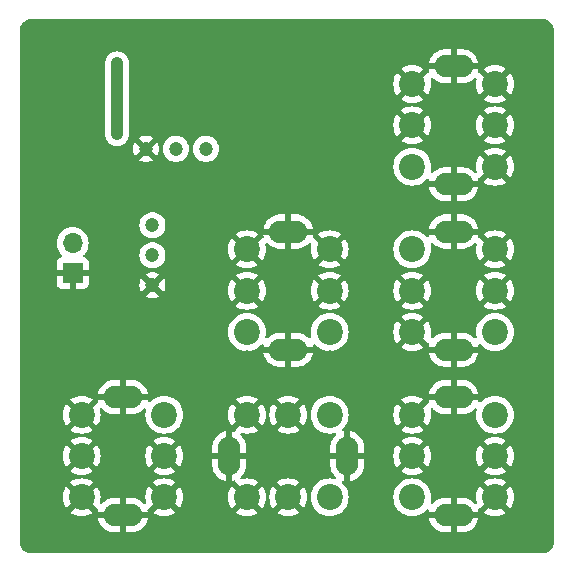
<source format=gbl>
G04 #@! TF.GenerationSoftware,KiCad,Pcbnew,8.0.2*
G04 #@! TF.CreationDate,2024-06-05T16:45:05+02:00*
G04 #@! TF.ProjectId,IF to LOW_IF Mixer,49462074-6f20-44c4-9f57-5f4946204d69,rev?*
G04 #@! TF.SameCoordinates,Original*
G04 #@! TF.FileFunction,Copper,L2,Bot*
G04 #@! TF.FilePolarity,Positive*
%FSLAX46Y46*%
G04 Gerber Fmt 4.6, Leading zero omitted, Abs format (unit mm)*
G04 Created by KiCad (PCBNEW 8.0.2) date 2024-06-05 16:45:05*
%MOMM*%
%LPD*%
G01*
G04 APERTURE LIST*
G04 #@! TA.AperFunction,ComponentPad*
%ADD10C,2.200000*%
G04 #@! TD*
G04 #@! TA.AperFunction,ComponentPad*
%ADD11O,3.250000X1.900000*%
G04 #@! TD*
G04 #@! TA.AperFunction,ComponentPad*
%ADD12C,1.200000*%
G04 #@! TD*
G04 #@! TA.AperFunction,ComponentPad*
%ADD13R,1.700000X1.700000*%
G04 #@! TD*
G04 #@! TA.AperFunction,ComponentPad*
%ADD14O,1.700000X1.700000*%
G04 #@! TD*
G04 #@! TA.AperFunction,SMDPad,CuDef*
%ADD15R,4.000000X6.000000*%
G04 #@! TD*
G04 #@! TA.AperFunction,ComponentPad*
%ADD16O,1.900000X3.250000*%
G04 #@! TD*
G04 #@! TA.AperFunction,SMDPad,CuDef*
%ADD17R,6.000000X4.000000*%
G04 #@! TD*
G04 #@! TA.AperFunction,ViaPad*
%ADD18C,1.000000*%
G04 #@! TD*
G04 #@! TA.AperFunction,Conductor*
%ADD19C,1.000000*%
G04 #@! TD*
G04 APERTURE END LIST*
D10*
X90500000Y-77500000D03*
X83500000Y-84500000D03*
X83500000Y-81000000D03*
X83500000Y-77500000D03*
D11*
X87000000Y-86000000D03*
D10*
X90500000Y-84500000D03*
X90500000Y-81000000D03*
D11*
X87000000Y-76000000D03*
D12*
X94040000Y-55000000D03*
X91500000Y-55000000D03*
X88960000Y-55000000D03*
D10*
X111500000Y-56500000D03*
X118500000Y-49500000D03*
X118500000Y-53000000D03*
X118500000Y-56500000D03*
D11*
X115000000Y-48000000D03*
D10*
X111500000Y-49500000D03*
X111500000Y-53000000D03*
D11*
X115000000Y-58000000D03*
D13*
X82750000Y-65525000D03*
D14*
X82750000Y-62985000D03*
D15*
X80750000Y-49250000D03*
D12*
X89500000Y-61460000D03*
X89500000Y-64000000D03*
X89500000Y-66540000D03*
D10*
X97500000Y-70500000D03*
X104500000Y-70500000D03*
D11*
X101000000Y-62000000D03*
D10*
X104500000Y-63500000D03*
X97500000Y-63500000D03*
X104500000Y-67000000D03*
X97500000Y-67000000D03*
D11*
X101000000Y-72000000D03*
D10*
X104500000Y-77500000D03*
X104500000Y-84500000D03*
D16*
X106000000Y-81000000D03*
D10*
X101000000Y-84500000D03*
X101000000Y-77500000D03*
X97500000Y-84500000D03*
X97500000Y-77500000D03*
D16*
X96000000Y-81000000D03*
D15*
X80750000Y-70250000D03*
D17*
X98750000Y-46500000D03*
D10*
X118500000Y-77500000D03*
X111500000Y-84500000D03*
D11*
X115000000Y-86000000D03*
D10*
X118500000Y-84500000D03*
X111500000Y-81000000D03*
X118500000Y-81000000D03*
X111500000Y-77500000D03*
D11*
X115000000Y-76000000D03*
D10*
X118500000Y-70500000D03*
X111500000Y-63500000D03*
D11*
X115000000Y-72000000D03*
D10*
X111500000Y-70500000D03*
X111500000Y-67000000D03*
X118500000Y-67000000D03*
X118500000Y-63500000D03*
D11*
X115000000Y-62000000D03*
D18*
X122500000Y-48500000D03*
X116530603Y-88246169D03*
X79250000Y-72250000D03*
X79250000Y-86000000D03*
X122500000Y-53500000D03*
X79250000Y-58500000D03*
X87750000Y-45000000D03*
X79250000Y-46000000D03*
X97750000Y-88250000D03*
X91500000Y-88250000D03*
X81500000Y-45000000D03*
X122500000Y-51000000D03*
X95250000Y-88250000D03*
X109000000Y-88250000D03*
X81500000Y-88250000D03*
X80500000Y-59750000D03*
X118000000Y-60000000D03*
X112750000Y-45000000D03*
X94000000Y-86000000D03*
X101500000Y-88250000D03*
X96000000Y-51750000D03*
X122500000Y-57250000D03*
X115250000Y-45000000D03*
X79250000Y-47250000D03*
X79250000Y-51000000D03*
X122500000Y-71000000D03*
X80250000Y-45000000D03*
X122500000Y-58500000D03*
X99000000Y-88250000D03*
X84000000Y-45000000D03*
X107750000Y-88250000D03*
X121500000Y-88250000D03*
X122500000Y-52250000D03*
X117750000Y-45000000D03*
X102750000Y-45000000D03*
X120250000Y-88250000D03*
X96500000Y-45000000D03*
X79250000Y-61000000D03*
X92750000Y-54000000D03*
X94000000Y-81750000D03*
X94000000Y-83750000D03*
X79250000Y-62250000D03*
X100250000Y-88250000D03*
X122500000Y-84750000D03*
X91500000Y-45000000D03*
X79250000Y-84750000D03*
X114000000Y-45000000D03*
X84000000Y-88250000D03*
X122500000Y-46000000D03*
X122500000Y-63500000D03*
X79250000Y-81000000D03*
X80250000Y-88250000D03*
X95250000Y-45000000D03*
X110250000Y-45000000D03*
X90250000Y-88250000D03*
X106530603Y-44996169D03*
X106500000Y-54750000D03*
X79250000Y-74750000D03*
X84750000Y-61250000D03*
X91500000Y-51750000D03*
X122500000Y-86000000D03*
X79250000Y-53500000D03*
X97500000Y-57750000D03*
X102250000Y-59250000D03*
X105250000Y-45000000D03*
X95500000Y-69500000D03*
X92750000Y-88250000D03*
X79250000Y-82250000D03*
X102500000Y-56000000D03*
X89000000Y-88250000D03*
X105250000Y-88250000D03*
X122500000Y-87250000D03*
X82750000Y-88250000D03*
X86500000Y-62250000D03*
X109000000Y-45000000D03*
X79250000Y-78500000D03*
X122500000Y-79750000D03*
X106500000Y-88250000D03*
X93750000Y-58000000D03*
X79250000Y-68500000D03*
X97500000Y-72500000D03*
X86500000Y-59500000D03*
X79250000Y-56000000D03*
X102750000Y-88250000D03*
X108000000Y-71750000D03*
X97500000Y-60500000D03*
X79250000Y-57250000D03*
X79250000Y-54750000D03*
X89250000Y-58000000D03*
X122500000Y-76000000D03*
X79250000Y-87250000D03*
X101500000Y-45000000D03*
X83750000Y-69000000D03*
X85250000Y-45000000D03*
X122500000Y-56000000D03*
X96500000Y-88250000D03*
X81000000Y-72250000D03*
X120250000Y-60000000D03*
X114000000Y-88250000D03*
X79250000Y-76000000D03*
X99500000Y-55750000D03*
X95000000Y-46500000D03*
X119000000Y-88250000D03*
X117750000Y-88250000D03*
X121500000Y-45000000D03*
X79250000Y-52250000D03*
X79250000Y-64750000D03*
X111500000Y-45000000D03*
X79250000Y-79750000D03*
X79250000Y-73500000D03*
X99250000Y-52000000D03*
X81750000Y-68000000D03*
X112750000Y-88250000D03*
X81000000Y-74250000D03*
X104030603Y-88246169D03*
X88500000Y-69250000D03*
X107750000Y-45000000D03*
X85250000Y-67250000D03*
X120250000Y-45000000D03*
X122500000Y-61000000D03*
X122500000Y-49750000D03*
X108000000Y-51000000D03*
X79250000Y-77250000D03*
X86500000Y-45000000D03*
X122500000Y-81000000D03*
X122500000Y-54750000D03*
X86500000Y-88250000D03*
X104500000Y-72500000D03*
X79250000Y-83500000D03*
X122500000Y-67250000D03*
X122500000Y-82250000D03*
X122500000Y-83500000D03*
X103500000Y-60250000D03*
X87750000Y-88250000D03*
X122500000Y-68500000D03*
X79250000Y-63500000D03*
X109750000Y-54250000D03*
X79250000Y-59750000D03*
X111500000Y-88250000D03*
X122500000Y-59750000D03*
X122500000Y-66000000D03*
X109000000Y-74000000D03*
X122500000Y-62250000D03*
X122500000Y-64750000D03*
X122500000Y-78500000D03*
X94000000Y-45000000D03*
X85000000Y-47250000D03*
X85250000Y-88250000D03*
X122500000Y-73500000D03*
X89000000Y-45000000D03*
X122500000Y-77250000D03*
X82750000Y-47250000D03*
X104000000Y-45000000D03*
X104250000Y-50250000D03*
X122500000Y-74750000D03*
X122500000Y-72250000D03*
X94000000Y-88250000D03*
X90250000Y-45000000D03*
X92750000Y-45000000D03*
X122500000Y-47250000D03*
X79250000Y-66000000D03*
X116500000Y-45000000D03*
X80500000Y-51000000D03*
X122500000Y-69750000D03*
X79250000Y-67250000D03*
X119030603Y-44996169D03*
X110250000Y-88250000D03*
X115250000Y-88250000D03*
X91750000Y-46750000D03*
X108000000Y-60000000D03*
X91500000Y-69250000D03*
X82750000Y-45000000D03*
X86500000Y-47750000D03*
X86500000Y-53750000D03*
D19*
X86500000Y-53750000D02*
X86500000Y-47750000D01*
G04 #@! TA.AperFunction,Conductor*
G36*
X122488074Y-44000002D02*
G01*
X122488781Y-44000006D01*
X122499345Y-44000070D01*
X122500689Y-44000087D01*
X122511891Y-44000293D01*
X122512552Y-44000307D01*
X122546504Y-44001139D01*
X122551750Y-44001381D01*
X122592725Y-44004149D01*
X122603272Y-44005318D01*
X122643853Y-44011592D01*
X122649021Y-44012505D01*
X122691657Y-44020986D01*
X122697552Y-44022310D01*
X122783680Y-44043883D01*
X122795321Y-44047415D01*
X122876028Y-44076293D01*
X122887255Y-44080943D01*
X122964760Y-44117600D01*
X122975485Y-44123332D01*
X123049008Y-44167400D01*
X123059118Y-44174155D01*
X123127976Y-44225223D01*
X123137378Y-44232940D01*
X123200890Y-44290504D01*
X123209495Y-44299109D01*
X123267059Y-44362621D01*
X123274779Y-44372028D01*
X123325839Y-44440875D01*
X123332599Y-44450992D01*
X123376665Y-44524511D01*
X123382402Y-44535244D01*
X123419051Y-44612733D01*
X123423707Y-44623974D01*
X123452585Y-44704681D01*
X123456118Y-44716327D01*
X123477685Y-44802430D01*
X123479018Y-44808366D01*
X123487486Y-44850934D01*
X123488413Y-44856182D01*
X123494678Y-44896707D01*
X123495852Y-44907292D01*
X123498617Y-44948212D01*
X123498862Y-44953539D01*
X123499691Y-44987416D01*
X123499707Y-44988169D01*
X123499910Y-44999207D01*
X123499929Y-45000723D01*
X123499998Y-45011915D01*
X123500000Y-45012679D01*
X123500000Y-88237320D01*
X123499998Y-88238084D01*
X123499929Y-88249276D01*
X123499910Y-88250792D01*
X123499707Y-88261830D01*
X123499691Y-88262583D01*
X123498862Y-88296460D01*
X123498617Y-88301787D01*
X123495852Y-88342707D01*
X123494678Y-88353292D01*
X123488413Y-88393817D01*
X123487486Y-88399065D01*
X123479018Y-88441633D01*
X123477685Y-88447569D01*
X123456118Y-88533672D01*
X123452585Y-88545318D01*
X123423707Y-88626025D01*
X123419051Y-88637267D01*
X123382403Y-88714753D01*
X123376667Y-88725484D01*
X123332601Y-88799005D01*
X123325840Y-88809124D01*
X123274779Y-88877972D01*
X123267059Y-88887378D01*
X123209495Y-88950890D01*
X123200890Y-88959495D01*
X123137378Y-89017059D01*
X123127972Y-89024779D01*
X123059124Y-89075840D01*
X123049005Y-89082601D01*
X122975484Y-89126667D01*
X122964753Y-89132403D01*
X122887267Y-89169051D01*
X122876025Y-89173707D01*
X122795318Y-89202585D01*
X122783672Y-89206118D01*
X122697569Y-89227685D01*
X122691633Y-89229018D01*
X122649065Y-89237486D01*
X122643817Y-89238413D01*
X122603292Y-89244678D01*
X122592707Y-89245852D01*
X122551787Y-89248617D01*
X122546460Y-89248862D01*
X122512583Y-89249691D01*
X122511830Y-89249707D01*
X122500792Y-89249910D01*
X122499277Y-89249929D01*
X122489042Y-89249992D01*
X122488074Y-89249998D01*
X122487321Y-89250000D01*
X79262679Y-89250000D01*
X79261924Y-89249998D01*
X79261095Y-89249992D01*
X79250723Y-89249929D01*
X79249207Y-89249910D01*
X79238169Y-89249707D01*
X79237416Y-89249691D01*
X79203539Y-89248862D01*
X79198212Y-89248617D01*
X79157292Y-89245852D01*
X79146707Y-89244678D01*
X79106182Y-89238413D01*
X79100941Y-89237487D01*
X79079554Y-89233233D01*
X79058366Y-89229018D01*
X79052430Y-89227685D01*
X78966327Y-89206118D01*
X78954681Y-89202585D01*
X78873974Y-89173707D01*
X78862732Y-89169051D01*
X78785246Y-89132403D01*
X78774515Y-89126667D01*
X78700996Y-89082602D01*
X78690878Y-89075841D01*
X78622033Y-89024783D01*
X78612626Y-89017063D01*
X78549109Y-88959495D01*
X78540504Y-88950890D01*
X78482940Y-88887378D01*
X78475220Y-88877972D01*
X78424159Y-88809124D01*
X78417398Y-88799005D01*
X78373332Y-88725484D01*
X78367596Y-88714753D01*
X78330943Y-88637255D01*
X78326292Y-88626025D01*
X78297416Y-88545324D01*
X78293883Y-88533678D01*
X78272310Y-88447552D01*
X78270986Y-88441657D01*
X78262505Y-88399021D01*
X78261592Y-88393853D01*
X78255318Y-88353272D01*
X78254149Y-88342727D01*
X78251380Y-88301752D01*
X78251138Y-88296492D01*
X78250305Y-88262482D01*
X78250292Y-88261830D01*
X78250087Y-88250695D01*
X78250070Y-88249344D01*
X78250002Y-88238073D01*
X78250000Y-88237320D01*
X78250000Y-84500000D01*
X81895052Y-84500000D01*
X81914812Y-84751072D01*
X81973603Y-84995956D01*
X82069980Y-85228631D01*
X82201568Y-85443362D01*
X82202266Y-85444179D01*
X82935387Y-84711059D01*
X82940889Y-84731591D01*
X83019881Y-84868408D01*
X83131592Y-84980119D01*
X83268409Y-85059111D01*
X83288940Y-85064612D01*
X82555819Y-85797732D01*
X82555819Y-85797733D01*
X82556634Y-85798429D01*
X82771368Y-85930019D01*
X83004043Y-86026396D01*
X83248927Y-86085187D01*
X83500000Y-86104947D01*
X83751072Y-86085187D01*
X83995956Y-86026396D01*
X84228631Y-85930019D01*
X84443361Y-85798432D01*
X84443363Y-85798430D01*
X84444180Y-85797732D01*
X83711059Y-85064612D01*
X83731591Y-85059111D01*
X83868408Y-84980119D01*
X83980119Y-84868408D01*
X84059111Y-84731591D01*
X84064612Y-84711059D01*
X84797731Y-85444179D01*
X84805606Y-85443873D01*
X84873362Y-85460932D01*
X84921138Y-85511914D01*
X84933767Y-85580633D01*
X84928366Y-85606097D01*
X84910704Y-85660455D01*
X84896522Y-85750000D01*
X85949722Y-85750000D01*
X85905667Y-85826306D01*
X85875000Y-85940756D01*
X85875000Y-86059244D01*
X85905667Y-86173694D01*
X85949722Y-86250000D01*
X84896522Y-86250000D01*
X84910704Y-86339544D01*
X84981230Y-86556604D01*
X85084849Y-86759966D01*
X85219004Y-86944614D01*
X85380385Y-87105995D01*
X85565033Y-87240150D01*
X85768395Y-87343769D01*
X85985455Y-87414295D01*
X86210884Y-87450000D01*
X86750000Y-87450000D01*
X86750000Y-86450000D01*
X87250000Y-86450000D01*
X87250000Y-87450000D01*
X87789116Y-87450000D01*
X88014544Y-87414295D01*
X88231604Y-87343769D01*
X88434966Y-87240150D01*
X88619614Y-87105995D01*
X88780995Y-86944614D01*
X88915150Y-86759966D01*
X89018769Y-86556604D01*
X89089295Y-86339544D01*
X89103478Y-86250000D01*
X88050278Y-86250000D01*
X88094333Y-86173694D01*
X88125000Y-86059244D01*
X88125000Y-85940756D01*
X88094333Y-85826306D01*
X88050278Y-85750000D01*
X89103478Y-85750000D01*
X89089296Y-85660458D01*
X89071632Y-85606095D01*
X89069636Y-85536254D01*
X89105716Y-85476421D01*
X89168417Y-85445592D01*
X89194435Y-85443872D01*
X89202266Y-85444179D01*
X89935387Y-84711059D01*
X89940889Y-84731591D01*
X90019881Y-84868408D01*
X90131592Y-84980119D01*
X90268409Y-85059111D01*
X90288940Y-85064612D01*
X89555819Y-85797732D01*
X89555819Y-85797733D01*
X89556634Y-85798429D01*
X89771368Y-85930019D01*
X90004043Y-86026396D01*
X90248927Y-86085187D01*
X90500000Y-86104947D01*
X90751072Y-86085187D01*
X90995956Y-86026396D01*
X91228631Y-85930019D01*
X91443361Y-85798432D01*
X91443363Y-85798430D01*
X91444180Y-85797732D01*
X90711059Y-85064612D01*
X90731591Y-85059111D01*
X90868408Y-84980119D01*
X90980119Y-84868408D01*
X91059111Y-84731591D01*
X91064612Y-84711060D01*
X91797732Y-85444180D01*
X91798430Y-85443363D01*
X91798432Y-85443361D01*
X91930019Y-85228631D01*
X92026396Y-84995956D01*
X92085187Y-84751072D01*
X92104947Y-84500000D01*
X92085187Y-84248927D01*
X92026396Y-84004043D01*
X91930019Y-83771368D01*
X91798429Y-83556634D01*
X91797733Y-83555819D01*
X91797732Y-83555819D01*
X91064612Y-84288939D01*
X91059111Y-84268409D01*
X90980119Y-84131592D01*
X90868408Y-84019881D01*
X90731591Y-83940889D01*
X90711059Y-83935387D01*
X91444179Y-83202266D01*
X91443362Y-83201568D01*
X91228631Y-83069980D01*
X90995956Y-82973603D01*
X90751072Y-82914812D01*
X90500000Y-82895052D01*
X90248927Y-82914812D01*
X90004043Y-82973603D01*
X89771368Y-83069980D01*
X89556637Y-83201567D01*
X89555819Y-83202266D01*
X90288940Y-83935387D01*
X90268409Y-83940889D01*
X90131592Y-84019881D01*
X90019881Y-84131592D01*
X89940889Y-84268409D01*
X89935387Y-84288940D01*
X89202266Y-83555819D01*
X89201567Y-83556637D01*
X89069980Y-83771368D01*
X88973603Y-84004043D01*
X88914812Y-84248927D01*
X88895052Y-84500000D01*
X88914812Y-84751072D01*
X88950590Y-84900097D01*
X88947099Y-84969880D01*
X88906435Y-85026697D01*
X88841509Y-85052510D01*
X88772933Y-85039124D01*
X88742335Y-85016725D01*
X88619614Y-84894004D01*
X88434966Y-84759849D01*
X88231604Y-84656230D01*
X88014544Y-84585704D01*
X87789116Y-84550000D01*
X87250000Y-84550000D01*
X87250000Y-85550000D01*
X86750000Y-85550000D01*
X86750000Y-84550000D01*
X86210884Y-84550000D01*
X85985455Y-84585704D01*
X85768395Y-84656230D01*
X85565033Y-84759849D01*
X85380389Y-84894001D01*
X85257664Y-85016726D01*
X85196341Y-85050210D01*
X85126649Y-85045226D01*
X85070716Y-85003354D01*
X85046299Y-84937890D01*
X85049409Y-84900097D01*
X85085187Y-84751071D01*
X85104947Y-84500000D01*
X85085187Y-84248927D01*
X85026396Y-84004043D01*
X84930019Y-83771368D01*
X84798429Y-83556634D01*
X84797733Y-83555819D01*
X84797732Y-83555819D01*
X84064612Y-84288939D01*
X84059111Y-84268409D01*
X83980119Y-84131592D01*
X83868408Y-84019881D01*
X83731591Y-83940889D01*
X83711059Y-83935387D01*
X84444179Y-83202266D01*
X84443362Y-83201568D01*
X84228631Y-83069980D01*
X83995956Y-82973603D01*
X83751072Y-82914812D01*
X83500000Y-82895052D01*
X83248927Y-82914812D01*
X83004043Y-82973603D01*
X82771368Y-83069980D01*
X82556637Y-83201567D01*
X82555819Y-83202266D01*
X83288940Y-83935387D01*
X83268409Y-83940889D01*
X83131592Y-84019881D01*
X83019881Y-84131592D01*
X82940889Y-84268409D01*
X82935387Y-84288940D01*
X82202266Y-83555819D01*
X82201567Y-83556637D01*
X82069980Y-83771368D01*
X81973603Y-84004043D01*
X81914812Y-84248927D01*
X81895052Y-84500000D01*
X78250000Y-84500000D01*
X78250000Y-81000000D01*
X81895052Y-81000000D01*
X81914812Y-81251072D01*
X81973603Y-81495956D01*
X82069980Y-81728631D01*
X82201568Y-81943362D01*
X82202266Y-81944179D01*
X82935387Y-81211059D01*
X82940889Y-81231591D01*
X83019881Y-81368408D01*
X83131592Y-81480119D01*
X83268409Y-81559111D01*
X83288940Y-81564612D01*
X82555819Y-82297732D01*
X82555819Y-82297733D01*
X82556634Y-82298429D01*
X82771368Y-82430019D01*
X83004043Y-82526396D01*
X83248927Y-82585187D01*
X83500000Y-82604947D01*
X83751072Y-82585187D01*
X83995956Y-82526396D01*
X84228631Y-82430019D01*
X84443361Y-82298432D01*
X84443363Y-82298430D01*
X84444180Y-82297732D01*
X83711059Y-81564612D01*
X83731591Y-81559111D01*
X83868408Y-81480119D01*
X83980119Y-81368408D01*
X84059111Y-81231591D01*
X84064612Y-81211059D01*
X84797732Y-81944180D01*
X84798430Y-81943363D01*
X84798432Y-81943361D01*
X84930019Y-81728631D01*
X85026396Y-81495956D01*
X85085187Y-81251072D01*
X85104947Y-81000000D01*
X88895052Y-81000000D01*
X88914812Y-81251072D01*
X88973603Y-81495956D01*
X89069980Y-81728631D01*
X89201568Y-81943362D01*
X89202266Y-81944179D01*
X89935387Y-81211059D01*
X89940889Y-81231591D01*
X90019881Y-81368408D01*
X90131592Y-81480119D01*
X90268409Y-81559111D01*
X90288940Y-81564612D01*
X89555819Y-82297732D01*
X89555819Y-82297733D01*
X89556634Y-82298429D01*
X89771368Y-82430019D01*
X90004043Y-82526396D01*
X90248927Y-82585187D01*
X90500000Y-82604947D01*
X90751072Y-82585187D01*
X90995956Y-82526396D01*
X91228631Y-82430019D01*
X91443361Y-82298432D01*
X91443363Y-82298430D01*
X91444180Y-82297732D01*
X90711059Y-81564612D01*
X90731591Y-81559111D01*
X90868408Y-81480119D01*
X90980119Y-81368408D01*
X91059111Y-81231591D01*
X91064612Y-81211060D01*
X91797732Y-81944180D01*
X91798430Y-81943363D01*
X91798432Y-81943361D01*
X91930019Y-81728631D01*
X92026396Y-81495956D01*
X92085187Y-81251072D01*
X92104947Y-81000000D01*
X92085187Y-80748927D01*
X92026396Y-80504043D01*
X91930019Y-80271368D01*
X91892954Y-80210883D01*
X94550000Y-80210883D01*
X94550000Y-80750000D01*
X95550000Y-80750000D01*
X95550000Y-81250000D01*
X94550000Y-81250000D01*
X94550000Y-81789116D01*
X94585704Y-82014544D01*
X94656230Y-82231604D01*
X94759849Y-82434966D01*
X94894004Y-82619614D01*
X95055385Y-82780995D01*
X95240033Y-82915150D01*
X95443395Y-83018769D01*
X95660455Y-83089295D01*
X95750000Y-83103478D01*
X95750000Y-82050277D01*
X95826306Y-82094333D01*
X95940756Y-82125000D01*
X96059244Y-82125000D01*
X96173694Y-82094333D01*
X96250000Y-82050277D01*
X96250000Y-83103477D01*
X96339541Y-83089296D01*
X96393905Y-83071632D01*
X96463746Y-83069636D01*
X96523579Y-83105716D01*
X96554408Y-83168417D01*
X96556127Y-83194470D01*
X96555818Y-83202265D01*
X97288940Y-83935387D01*
X97268409Y-83940889D01*
X97131592Y-84019881D01*
X97019881Y-84131592D01*
X96940889Y-84268409D01*
X96935387Y-84288940D01*
X96202266Y-83555819D01*
X96201567Y-83556637D01*
X96069980Y-83771368D01*
X95973603Y-84004043D01*
X95914812Y-84248927D01*
X95895052Y-84500000D01*
X95914812Y-84751072D01*
X95973603Y-84995956D01*
X96069980Y-85228631D01*
X96201568Y-85443362D01*
X96202266Y-85444179D01*
X96935387Y-84711059D01*
X96940889Y-84731591D01*
X97019881Y-84868408D01*
X97131592Y-84980119D01*
X97268409Y-85059111D01*
X97288940Y-85064612D01*
X96555819Y-85797732D01*
X96555819Y-85797733D01*
X96556634Y-85798429D01*
X96771368Y-85930019D01*
X97004043Y-86026396D01*
X97248927Y-86085187D01*
X97500000Y-86104947D01*
X97751072Y-86085187D01*
X97995956Y-86026396D01*
X98228631Y-85930019D01*
X98443361Y-85798432D01*
X98443363Y-85798430D01*
X98444180Y-85797732D01*
X97711059Y-85064612D01*
X97731591Y-85059111D01*
X97868408Y-84980119D01*
X97980119Y-84868408D01*
X98059111Y-84731591D01*
X98064612Y-84711059D01*
X98797732Y-85444180D01*
X98798430Y-85443363D01*
X98798432Y-85443361D01*
X98930019Y-85228631D01*
X99026396Y-84995956D01*
X99085187Y-84751072D01*
X99104947Y-84500000D01*
X99395052Y-84500000D01*
X99414812Y-84751072D01*
X99473603Y-84995956D01*
X99569980Y-85228631D01*
X99701568Y-85443362D01*
X99702266Y-85444179D01*
X100435387Y-84711059D01*
X100440889Y-84731591D01*
X100519881Y-84868408D01*
X100631592Y-84980119D01*
X100768409Y-85059111D01*
X100788940Y-85064612D01*
X100055819Y-85797732D01*
X100055819Y-85797733D01*
X100056634Y-85798429D01*
X100271368Y-85930019D01*
X100504043Y-86026396D01*
X100748927Y-86085187D01*
X101000000Y-86104947D01*
X101251072Y-86085187D01*
X101495956Y-86026396D01*
X101728631Y-85930019D01*
X101943361Y-85798432D01*
X101943363Y-85798430D01*
X101944180Y-85797732D01*
X101211059Y-85064612D01*
X101231591Y-85059111D01*
X101368408Y-84980119D01*
X101480119Y-84868408D01*
X101559111Y-84731591D01*
X101564612Y-84711060D01*
X102297732Y-85444180D01*
X102298430Y-85443363D01*
X102298432Y-85443361D01*
X102430019Y-85228631D01*
X102526396Y-84995956D01*
X102585187Y-84751072D01*
X102604947Y-84500000D01*
X102585187Y-84248927D01*
X102526396Y-84004043D01*
X102430019Y-83771368D01*
X102298429Y-83556634D01*
X102297733Y-83555819D01*
X102297732Y-83555819D01*
X101564612Y-84288939D01*
X101559111Y-84268409D01*
X101480119Y-84131592D01*
X101368408Y-84019881D01*
X101231591Y-83940889D01*
X101211059Y-83935387D01*
X101944179Y-83202266D01*
X101943362Y-83201568D01*
X101728631Y-83069980D01*
X101495956Y-82973603D01*
X101251072Y-82914812D01*
X101000000Y-82895052D01*
X100748927Y-82914812D01*
X100504043Y-82973603D01*
X100271368Y-83069980D01*
X100056637Y-83201567D01*
X100055819Y-83202266D01*
X100788940Y-83935387D01*
X100768409Y-83940889D01*
X100631592Y-84019881D01*
X100519881Y-84131592D01*
X100440889Y-84268409D01*
X100435387Y-84288940D01*
X99702266Y-83555819D01*
X99701567Y-83556637D01*
X99569980Y-83771368D01*
X99473603Y-84004043D01*
X99414812Y-84248927D01*
X99395052Y-84500000D01*
X99104947Y-84500000D01*
X99085187Y-84248927D01*
X99026396Y-84004043D01*
X98930019Y-83771368D01*
X98798429Y-83556634D01*
X98797733Y-83555819D01*
X98797732Y-83555819D01*
X98064612Y-84288939D01*
X98059111Y-84268409D01*
X97980119Y-84131592D01*
X97868408Y-84019881D01*
X97731591Y-83940889D01*
X97711059Y-83935387D01*
X98444179Y-83202266D01*
X98443362Y-83201568D01*
X98228631Y-83069980D01*
X97995956Y-82973603D01*
X97751072Y-82914812D01*
X97500000Y-82895052D01*
X97248927Y-82914812D01*
X97099902Y-82950590D01*
X97030119Y-82947099D01*
X96973302Y-82906435D01*
X96947489Y-82841508D01*
X96960875Y-82772933D01*
X96983274Y-82742334D01*
X97105998Y-82619610D01*
X97240150Y-82434966D01*
X97343769Y-82231604D01*
X97414295Y-82014544D01*
X97450000Y-81789116D01*
X97450000Y-81250000D01*
X96450000Y-81250000D01*
X96450000Y-80750000D01*
X97450000Y-80750000D01*
X97450000Y-80210883D01*
X97414295Y-79985455D01*
X97343769Y-79768395D01*
X97240150Y-79565033D01*
X97105995Y-79380385D01*
X96983274Y-79257664D01*
X96949789Y-79196341D01*
X96954773Y-79126649D01*
X96996645Y-79070716D01*
X97062109Y-79046299D01*
X97099902Y-79049409D01*
X97248928Y-79085187D01*
X97500000Y-79104947D01*
X97751072Y-79085187D01*
X97995956Y-79026396D01*
X98228631Y-78930019D01*
X98443361Y-78798432D01*
X98443363Y-78798430D01*
X98444180Y-78797732D01*
X97711059Y-78064612D01*
X97731591Y-78059111D01*
X97868408Y-77980119D01*
X97980119Y-77868408D01*
X98059111Y-77731591D01*
X98064612Y-77711059D01*
X98797732Y-78444180D01*
X98798430Y-78443363D01*
X98798432Y-78443361D01*
X98930019Y-78228631D01*
X99026396Y-77995956D01*
X99085187Y-77751072D01*
X99104947Y-77500000D01*
X99395052Y-77500000D01*
X99414812Y-77751072D01*
X99473603Y-77995956D01*
X99569980Y-78228631D01*
X99701568Y-78443362D01*
X99702266Y-78444179D01*
X100435387Y-77711059D01*
X100440889Y-77731591D01*
X100519881Y-77868408D01*
X100631592Y-77980119D01*
X100768409Y-78059111D01*
X100788940Y-78064612D01*
X100055819Y-78797732D01*
X100055819Y-78797733D01*
X100056634Y-78798429D01*
X100271368Y-78930019D01*
X100504043Y-79026396D01*
X100748927Y-79085187D01*
X101000000Y-79104947D01*
X101251072Y-79085187D01*
X101495956Y-79026396D01*
X101728631Y-78930019D01*
X101943361Y-78798432D01*
X101943363Y-78798430D01*
X101944180Y-78797732D01*
X101211059Y-78064612D01*
X101231591Y-78059111D01*
X101368408Y-77980119D01*
X101480119Y-77868408D01*
X101559111Y-77731591D01*
X101564612Y-77711060D01*
X102297732Y-78444180D01*
X102298430Y-78443363D01*
X102298432Y-78443361D01*
X102430019Y-78228631D01*
X102526396Y-77995956D01*
X102585187Y-77751072D01*
X102604947Y-77500000D01*
X102894551Y-77500000D01*
X102914317Y-77751151D01*
X102973126Y-77996110D01*
X103069533Y-78228859D01*
X103201160Y-78443653D01*
X103201161Y-78443656D01*
X103201164Y-78443659D01*
X103364776Y-78635224D01*
X103465830Y-78721532D01*
X103556343Y-78798838D01*
X103556346Y-78798839D01*
X103771140Y-78930466D01*
X103893694Y-78981229D01*
X104003889Y-79026873D01*
X104248852Y-79085683D01*
X104500000Y-79105449D01*
X104751148Y-79085683D01*
X104899421Y-79050086D01*
X104969202Y-79053577D01*
X105026020Y-79094241D01*
X105051833Y-79159167D01*
X105038447Y-79227742D01*
X105016049Y-79258341D01*
X104894001Y-79380389D01*
X104759849Y-79565033D01*
X104656230Y-79768395D01*
X104585704Y-79985455D01*
X104550000Y-80210883D01*
X104550000Y-80750000D01*
X105550000Y-80750000D01*
X105550000Y-81250000D01*
X104550000Y-81250000D01*
X104550000Y-81789116D01*
X104585704Y-82014544D01*
X104656230Y-82231604D01*
X104759849Y-82434966D01*
X104894004Y-82619614D01*
X105016048Y-82741658D01*
X105049533Y-82802981D01*
X105044549Y-82872673D01*
X105002677Y-82928606D01*
X104937213Y-82953023D01*
X104899421Y-82949913D01*
X104751152Y-82914318D01*
X104751148Y-82914317D01*
X104500000Y-82894551D01*
X104248848Y-82914317D01*
X104003889Y-82973126D01*
X103771140Y-83069533D01*
X103556346Y-83201160D01*
X103556343Y-83201161D01*
X103364776Y-83364776D01*
X103201161Y-83556343D01*
X103201160Y-83556346D01*
X103069533Y-83771140D01*
X102973126Y-84003889D01*
X102914317Y-84248848D01*
X102894551Y-84500000D01*
X102914317Y-84751151D01*
X102973126Y-84996110D01*
X103069533Y-85228859D01*
X103201160Y-85443653D01*
X103201161Y-85443656D01*
X103229145Y-85476421D01*
X103364776Y-85635224D01*
X103513066Y-85761875D01*
X103556343Y-85798838D01*
X103556346Y-85798839D01*
X103771140Y-85930466D01*
X104002737Y-86026396D01*
X104003889Y-86026873D01*
X104248852Y-86085683D01*
X104500000Y-86105449D01*
X104751148Y-86085683D01*
X104996111Y-86026873D01*
X105228859Y-85930466D01*
X105443659Y-85798836D01*
X105635224Y-85635224D01*
X105798836Y-85443659D01*
X105930466Y-85228859D01*
X106026873Y-84996111D01*
X106085683Y-84751148D01*
X106105449Y-84500000D01*
X109894551Y-84500000D01*
X109914317Y-84751151D01*
X109973126Y-84996110D01*
X110069533Y-85228859D01*
X110201160Y-85443653D01*
X110201161Y-85443656D01*
X110229145Y-85476421D01*
X110364776Y-85635224D01*
X110513066Y-85761875D01*
X110556343Y-85798838D01*
X110556346Y-85798839D01*
X110771140Y-85930466D01*
X111002737Y-86026396D01*
X111003889Y-86026873D01*
X111248852Y-86085683D01*
X111500000Y-86105449D01*
X111751148Y-86085683D01*
X111996111Y-86026873D01*
X112228859Y-85930466D01*
X112443659Y-85798836D01*
X112635224Y-85635224D01*
X112692785Y-85567828D01*
X112751290Y-85529636D01*
X112821158Y-85529137D01*
X112880205Y-85566491D01*
X112909683Y-85629838D01*
X112909547Y-85667759D01*
X112896521Y-85750000D01*
X113949722Y-85750000D01*
X113905667Y-85826306D01*
X113875000Y-85940756D01*
X113875000Y-86059244D01*
X113905667Y-86173694D01*
X113949722Y-86250000D01*
X112896522Y-86250000D01*
X112910704Y-86339544D01*
X112981230Y-86556604D01*
X113084849Y-86759966D01*
X113219004Y-86944614D01*
X113380385Y-87105995D01*
X113565033Y-87240150D01*
X113768395Y-87343769D01*
X113985455Y-87414295D01*
X114210884Y-87450000D01*
X114750000Y-87450000D01*
X114750000Y-86450000D01*
X115250000Y-86450000D01*
X115250000Y-87450000D01*
X115789116Y-87450000D01*
X116014544Y-87414295D01*
X116231604Y-87343769D01*
X116434966Y-87240150D01*
X116619614Y-87105995D01*
X116780995Y-86944614D01*
X116915150Y-86759966D01*
X117018769Y-86556604D01*
X117089295Y-86339544D01*
X117103478Y-86250000D01*
X116050278Y-86250000D01*
X116094333Y-86173694D01*
X116125000Y-86059244D01*
X116125000Y-85940756D01*
X116094333Y-85826306D01*
X116050278Y-85750000D01*
X117103478Y-85750000D01*
X117089296Y-85660458D01*
X117071632Y-85606095D01*
X117069636Y-85536254D01*
X117105716Y-85476421D01*
X117168417Y-85445592D01*
X117194435Y-85443872D01*
X117202266Y-85444179D01*
X117935387Y-84711059D01*
X117940889Y-84731591D01*
X118019881Y-84868408D01*
X118131592Y-84980119D01*
X118268409Y-85059111D01*
X118288940Y-85064612D01*
X117555819Y-85797732D01*
X117555819Y-85797733D01*
X117556634Y-85798429D01*
X117771368Y-85930019D01*
X118004043Y-86026396D01*
X118248927Y-86085187D01*
X118500000Y-86104947D01*
X118751072Y-86085187D01*
X118995956Y-86026396D01*
X119228631Y-85930019D01*
X119443361Y-85798432D01*
X119443363Y-85798430D01*
X119444180Y-85797732D01*
X118711059Y-85064612D01*
X118731591Y-85059111D01*
X118868408Y-84980119D01*
X118980119Y-84868408D01*
X119059111Y-84731591D01*
X119064612Y-84711059D01*
X119797732Y-85444180D01*
X119798430Y-85443363D01*
X119798432Y-85443361D01*
X119930019Y-85228631D01*
X120026396Y-84995956D01*
X120085187Y-84751072D01*
X120104947Y-84500000D01*
X120085187Y-84248927D01*
X120026396Y-84004043D01*
X119930019Y-83771368D01*
X119798429Y-83556634D01*
X119797733Y-83555819D01*
X119797732Y-83555819D01*
X119064612Y-84288939D01*
X119059111Y-84268409D01*
X118980119Y-84131592D01*
X118868408Y-84019881D01*
X118731591Y-83940889D01*
X118711059Y-83935387D01*
X119444179Y-83202266D01*
X119443362Y-83201568D01*
X119228631Y-83069980D01*
X118995956Y-82973603D01*
X118751072Y-82914812D01*
X118500000Y-82895052D01*
X118248927Y-82914812D01*
X118004043Y-82973603D01*
X117771368Y-83069980D01*
X117556637Y-83201567D01*
X117555819Y-83202266D01*
X118288940Y-83935387D01*
X118268409Y-83940889D01*
X118131592Y-84019881D01*
X118019881Y-84131592D01*
X117940889Y-84268409D01*
X117935387Y-84288940D01*
X117202266Y-83555819D01*
X117201567Y-83556637D01*
X117069980Y-83771368D01*
X116973603Y-84004043D01*
X116914812Y-84248927D01*
X116895052Y-84500000D01*
X116914812Y-84751072D01*
X116950590Y-84900097D01*
X116947099Y-84969880D01*
X116906435Y-85026697D01*
X116841509Y-85052510D01*
X116772933Y-85039124D01*
X116742335Y-85016725D01*
X116619614Y-84894004D01*
X116434966Y-84759849D01*
X116231604Y-84656230D01*
X116014544Y-84585704D01*
X115789116Y-84550000D01*
X115250000Y-84550000D01*
X115250000Y-85550000D01*
X114750000Y-85550000D01*
X114750000Y-84550000D01*
X114210884Y-84550000D01*
X113985455Y-84585704D01*
X113768395Y-84656230D01*
X113565033Y-84759849D01*
X113380389Y-84894001D01*
X113258341Y-85016049D01*
X113197018Y-85049533D01*
X113127326Y-85044549D01*
X113071393Y-85002677D01*
X113046976Y-84937213D01*
X113050086Y-84899420D01*
X113051387Y-84894004D01*
X113085683Y-84751148D01*
X113105449Y-84500000D01*
X113085683Y-84248852D01*
X113026873Y-84003889D01*
X112930466Y-83771141D01*
X112930466Y-83771140D01*
X112799017Y-83556637D01*
X112798838Y-83556345D01*
X112798838Y-83556343D01*
X112761875Y-83513066D01*
X112635224Y-83364776D01*
X112499326Y-83248708D01*
X112443656Y-83201161D01*
X112443653Y-83201160D01*
X112228859Y-83069533D01*
X111996110Y-82973126D01*
X111751151Y-82914317D01*
X111500000Y-82894551D01*
X111248848Y-82914317D01*
X111003889Y-82973126D01*
X110771140Y-83069533D01*
X110556346Y-83201160D01*
X110556343Y-83201161D01*
X110364776Y-83364776D01*
X110201161Y-83556343D01*
X110201160Y-83556346D01*
X110069533Y-83771140D01*
X109973126Y-84003889D01*
X109914317Y-84248848D01*
X109894551Y-84500000D01*
X106105449Y-84500000D01*
X106085683Y-84248852D01*
X106026873Y-84003889D01*
X105930466Y-83771141D01*
X105930466Y-83771140D01*
X105799017Y-83556637D01*
X105798838Y-83556345D01*
X105798838Y-83556343D01*
X105761875Y-83513066D01*
X105635224Y-83364776D01*
X105567829Y-83307215D01*
X105529636Y-83248708D01*
X105529138Y-83178840D01*
X105566492Y-83119794D01*
X105629839Y-83090316D01*
X105667760Y-83090452D01*
X105750000Y-83103477D01*
X105750000Y-82050277D01*
X105826306Y-82094333D01*
X105940756Y-82125000D01*
X106059244Y-82125000D01*
X106173694Y-82094333D01*
X106250000Y-82050277D01*
X106250000Y-83103477D01*
X106339544Y-83089295D01*
X106556604Y-83018769D01*
X106759966Y-82915150D01*
X106944614Y-82780995D01*
X107105995Y-82619614D01*
X107240150Y-82434966D01*
X107343769Y-82231604D01*
X107414295Y-82014544D01*
X107450000Y-81789116D01*
X107450000Y-81250000D01*
X106450000Y-81250000D01*
X106450000Y-81000000D01*
X109895052Y-81000000D01*
X109914812Y-81251072D01*
X109973603Y-81495956D01*
X110069980Y-81728631D01*
X110201568Y-81943362D01*
X110202266Y-81944179D01*
X110935387Y-81211059D01*
X110940889Y-81231591D01*
X111019881Y-81368408D01*
X111131592Y-81480119D01*
X111268409Y-81559111D01*
X111288940Y-81564612D01*
X110555819Y-82297732D01*
X110555819Y-82297733D01*
X110556634Y-82298429D01*
X110771368Y-82430019D01*
X111004043Y-82526396D01*
X111248927Y-82585187D01*
X111500000Y-82604947D01*
X111751072Y-82585187D01*
X111995956Y-82526396D01*
X112228631Y-82430019D01*
X112443361Y-82298432D01*
X112443363Y-82298430D01*
X112444180Y-82297732D01*
X111711059Y-81564612D01*
X111731591Y-81559111D01*
X111868408Y-81480119D01*
X111980119Y-81368408D01*
X112059111Y-81231591D01*
X112064612Y-81211060D01*
X112797732Y-81944180D01*
X112798430Y-81943363D01*
X112798432Y-81943361D01*
X112930019Y-81728631D01*
X113026396Y-81495956D01*
X113085187Y-81251072D01*
X113104947Y-81000000D01*
X116895052Y-81000000D01*
X116914812Y-81251072D01*
X116973603Y-81495956D01*
X117069980Y-81728631D01*
X117201568Y-81943362D01*
X117202266Y-81944179D01*
X117935387Y-81211059D01*
X117940889Y-81231591D01*
X118019881Y-81368408D01*
X118131592Y-81480119D01*
X118268409Y-81559111D01*
X118288940Y-81564612D01*
X117555819Y-82297732D01*
X117555819Y-82297733D01*
X117556634Y-82298429D01*
X117771368Y-82430019D01*
X118004043Y-82526396D01*
X118248927Y-82585187D01*
X118500000Y-82604947D01*
X118751072Y-82585187D01*
X118995956Y-82526396D01*
X119228631Y-82430019D01*
X119443361Y-82298432D01*
X119443363Y-82298430D01*
X119444180Y-82297732D01*
X118711059Y-81564612D01*
X118731591Y-81559111D01*
X118868408Y-81480119D01*
X118980119Y-81368408D01*
X119059111Y-81231591D01*
X119064612Y-81211059D01*
X119797732Y-81944180D01*
X119798430Y-81943363D01*
X119798432Y-81943361D01*
X119930019Y-81728631D01*
X120026396Y-81495956D01*
X120085187Y-81251072D01*
X120104947Y-81000000D01*
X120085187Y-80748927D01*
X120026396Y-80504043D01*
X119930019Y-80271368D01*
X119798429Y-80056634D01*
X119797733Y-80055819D01*
X119797732Y-80055819D01*
X119064612Y-80788939D01*
X119059111Y-80768409D01*
X118980119Y-80631592D01*
X118868408Y-80519881D01*
X118731591Y-80440889D01*
X118711059Y-80435387D01*
X119444179Y-79702266D01*
X119443362Y-79701568D01*
X119228631Y-79569980D01*
X118995956Y-79473603D01*
X118751072Y-79414812D01*
X118500000Y-79395052D01*
X118248927Y-79414812D01*
X118004043Y-79473603D01*
X117771368Y-79569980D01*
X117556637Y-79701567D01*
X117555819Y-79702266D01*
X118288940Y-80435387D01*
X118268409Y-80440889D01*
X118131592Y-80519881D01*
X118019881Y-80631592D01*
X117940889Y-80768409D01*
X117935387Y-80788940D01*
X117202266Y-80055819D01*
X117201567Y-80056637D01*
X117069980Y-80271368D01*
X116973603Y-80504043D01*
X116914812Y-80748927D01*
X116895052Y-81000000D01*
X113104947Y-81000000D01*
X113085187Y-80748927D01*
X113026396Y-80504043D01*
X112930019Y-80271368D01*
X112798429Y-80056634D01*
X112797733Y-80055819D01*
X112797732Y-80055819D01*
X112064612Y-80788939D01*
X112059111Y-80768409D01*
X111980119Y-80631592D01*
X111868408Y-80519881D01*
X111731591Y-80440889D01*
X111711059Y-80435387D01*
X112444179Y-79702266D01*
X112443362Y-79701568D01*
X112228631Y-79569980D01*
X111995956Y-79473603D01*
X111751072Y-79414812D01*
X111500000Y-79395052D01*
X111248927Y-79414812D01*
X111004043Y-79473603D01*
X110771368Y-79569980D01*
X110556637Y-79701567D01*
X110555819Y-79702266D01*
X111288940Y-80435387D01*
X111268409Y-80440889D01*
X111131592Y-80519881D01*
X111019881Y-80631592D01*
X110940889Y-80768409D01*
X110935387Y-80788940D01*
X110202266Y-80055819D01*
X110201567Y-80056637D01*
X110069980Y-80271368D01*
X109973603Y-80504043D01*
X109914812Y-80748927D01*
X109895052Y-81000000D01*
X106450000Y-81000000D01*
X106450000Y-80750000D01*
X107450000Y-80750000D01*
X107450000Y-80210883D01*
X107414295Y-79985455D01*
X107343769Y-79768395D01*
X107240150Y-79565033D01*
X107105995Y-79380385D01*
X106944614Y-79219004D01*
X106759966Y-79084849D01*
X106556602Y-78981229D01*
X106339541Y-78910703D01*
X106250000Y-78896521D01*
X106250000Y-79949722D01*
X106173694Y-79905667D01*
X106059244Y-79875000D01*
X105940756Y-79875000D01*
X105826306Y-79905667D01*
X105750000Y-79949722D01*
X105750000Y-78896521D01*
X105749999Y-78896521D01*
X105667760Y-78909547D01*
X105598466Y-78900593D01*
X105545014Y-78855597D01*
X105524374Y-78788845D01*
X105543098Y-78721532D01*
X105567826Y-78692786D01*
X105635224Y-78635224D01*
X105798836Y-78443659D01*
X105930466Y-78228859D01*
X106026873Y-77996111D01*
X106085683Y-77751148D01*
X106105449Y-77500000D01*
X109895052Y-77500000D01*
X109914812Y-77751072D01*
X109973603Y-77995956D01*
X110069980Y-78228631D01*
X110201568Y-78443362D01*
X110202266Y-78444179D01*
X110935387Y-77711059D01*
X110940889Y-77731591D01*
X111019881Y-77868408D01*
X111131592Y-77980119D01*
X111268409Y-78059111D01*
X111288940Y-78064612D01*
X110555819Y-78797732D01*
X110555819Y-78797733D01*
X110556634Y-78798429D01*
X110771368Y-78930019D01*
X111004043Y-79026396D01*
X111248927Y-79085187D01*
X111500000Y-79104947D01*
X111751072Y-79085187D01*
X111995956Y-79026396D01*
X112228631Y-78930019D01*
X112443361Y-78798432D01*
X112443363Y-78798430D01*
X112444180Y-78797732D01*
X111711059Y-78064612D01*
X111731591Y-78059111D01*
X111868408Y-77980119D01*
X111980119Y-77868408D01*
X112059111Y-77731591D01*
X112064612Y-77711060D01*
X112797732Y-78444180D01*
X112798430Y-78443363D01*
X112798432Y-78443361D01*
X112930019Y-78228631D01*
X113026396Y-77995956D01*
X113085187Y-77751072D01*
X113104947Y-77500000D01*
X113085187Y-77248928D01*
X113049409Y-77099902D01*
X113052900Y-77030120D01*
X113093563Y-76973302D01*
X113158490Y-76947489D01*
X113227065Y-76960875D01*
X113257664Y-76983274D01*
X113380385Y-77105995D01*
X113565033Y-77240150D01*
X113768395Y-77343769D01*
X113985455Y-77414295D01*
X114210884Y-77450000D01*
X114750000Y-77450000D01*
X114750000Y-76450000D01*
X115250000Y-76450000D01*
X115250000Y-77450000D01*
X115789116Y-77450000D01*
X116014544Y-77414295D01*
X116231604Y-77343769D01*
X116434966Y-77240150D01*
X116619610Y-77105998D01*
X116741657Y-76983951D01*
X116802980Y-76950466D01*
X116872672Y-76955450D01*
X116928606Y-76997321D01*
X116953023Y-77062785D01*
X116949913Y-77100578D01*
X116916406Y-77240150D01*
X116914317Y-77248852D01*
X116912778Y-77268409D01*
X116894551Y-77500000D01*
X116914317Y-77751151D01*
X116973126Y-77996110D01*
X117069533Y-78228859D01*
X117201160Y-78443653D01*
X117201161Y-78443656D01*
X117201164Y-78443659D01*
X117364776Y-78635224D01*
X117465830Y-78721532D01*
X117556343Y-78798838D01*
X117556346Y-78798839D01*
X117771140Y-78930466D01*
X117893694Y-78981229D01*
X118003889Y-79026873D01*
X118248852Y-79085683D01*
X118500000Y-79105449D01*
X118751148Y-79085683D01*
X118996111Y-79026873D01*
X119228859Y-78930466D01*
X119443659Y-78798836D01*
X119635224Y-78635224D01*
X119798836Y-78443659D01*
X119930466Y-78228859D01*
X120026873Y-77996111D01*
X120085683Y-77751148D01*
X120105449Y-77500000D01*
X120085683Y-77248852D01*
X120026873Y-77003889D01*
X120018334Y-76983274D01*
X119930466Y-76771140D01*
X119799017Y-76556637D01*
X119798838Y-76556345D01*
X119798838Y-76556343D01*
X119708012Y-76450000D01*
X119635224Y-76364776D01*
X119500839Y-76250000D01*
X119443656Y-76201161D01*
X119443653Y-76201160D01*
X119228859Y-76069533D01*
X118996110Y-75973126D01*
X118751151Y-75914317D01*
X118500000Y-75894551D01*
X118248848Y-75914317D01*
X118003889Y-75973126D01*
X117771140Y-76069533D01*
X117556346Y-76201160D01*
X117556343Y-76201161D01*
X117364775Y-76364776D01*
X117307214Y-76432171D01*
X117248707Y-76470363D01*
X117178839Y-76470861D01*
X117119793Y-76433507D01*
X117090316Y-76370159D01*
X117090452Y-76332239D01*
X117103478Y-76250000D01*
X116050278Y-76250000D01*
X116094333Y-76173694D01*
X116125000Y-76059244D01*
X116125000Y-75940756D01*
X116094333Y-75826306D01*
X116050278Y-75750000D01*
X117103478Y-75750000D01*
X117089295Y-75660455D01*
X117018769Y-75443395D01*
X116915150Y-75240033D01*
X116780995Y-75055385D01*
X116619614Y-74894004D01*
X116434966Y-74759849D01*
X116231604Y-74656230D01*
X116014544Y-74585704D01*
X115789116Y-74550000D01*
X115250000Y-74550000D01*
X115250000Y-75550000D01*
X114750000Y-75550000D01*
X114750000Y-74550000D01*
X114210884Y-74550000D01*
X113985455Y-74585704D01*
X113768395Y-74656230D01*
X113565033Y-74759849D01*
X113380385Y-74894004D01*
X113219004Y-75055385D01*
X113084849Y-75240033D01*
X112981230Y-75443395D01*
X112910704Y-75660455D01*
X112896522Y-75750000D01*
X113949722Y-75750000D01*
X113905667Y-75826306D01*
X113875000Y-75940756D01*
X113875000Y-76059244D01*
X113905667Y-76173694D01*
X113949722Y-76250000D01*
X112896522Y-76250000D01*
X112910704Y-76339546D01*
X112928366Y-76393905D01*
X112930361Y-76463746D01*
X112894280Y-76523579D01*
X112831579Y-76554406D01*
X112805571Y-76556127D01*
X112797732Y-76555819D01*
X112064612Y-77288939D01*
X112059111Y-77268409D01*
X111980119Y-77131592D01*
X111868408Y-77019881D01*
X111731591Y-76940889D01*
X111711059Y-76935387D01*
X112444179Y-76202266D01*
X112443362Y-76201568D01*
X112228631Y-76069980D01*
X111995956Y-75973603D01*
X111751072Y-75914812D01*
X111500000Y-75895052D01*
X111248927Y-75914812D01*
X111004043Y-75973603D01*
X110771368Y-76069980D01*
X110556637Y-76201567D01*
X110555819Y-76202266D01*
X111288940Y-76935387D01*
X111268409Y-76940889D01*
X111131592Y-77019881D01*
X111019881Y-77131592D01*
X110940889Y-77268409D01*
X110935387Y-77288940D01*
X110202266Y-76555819D01*
X110201567Y-76556637D01*
X110069980Y-76771368D01*
X109973603Y-77004043D01*
X109914812Y-77248927D01*
X109895052Y-77500000D01*
X106105449Y-77500000D01*
X106085683Y-77248852D01*
X106026873Y-77003889D01*
X106018334Y-76983274D01*
X105930466Y-76771140D01*
X105799017Y-76556637D01*
X105798838Y-76556345D01*
X105798838Y-76556343D01*
X105708012Y-76450000D01*
X105635224Y-76364776D01*
X105500839Y-76250000D01*
X105443656Y-76201161D01*
X105443653Y-76201160D01*
X105228859Y-76069533D01*
X104996110Y-75973126D01*
X104751151Y-75914317D01*
X104500000Y-75894551D01*
X104248848Y-75914317D01*
X104003889Y-75973126D01*
X103771140Y-76069533D01*
X103556346Y-76201160D01*
X103556343Y-76201161D01*
X103364776Y-76364776D01*
X103201161Y-76556343D01*
X103201160Y-76556346D01*
X103069533Y-76771140D01*
X102973126Y-77003889D01*
X102914317Y-77248848D01*
X102894551Y-77500000D01*
X102604947Y-77500000D01*
X102585187Y-77248927D01*
X102526396Y-77004043D01*
X102430019Y-76771368D01*
X102298429Y-76556634D01*
X102297733Y-76555819D01*
X102297732Y-76555819D01*
X101564612Y-77288939D01*
X101559111Y-77268409D01*
X101480119Y-77131592D01*
X101368408Y-77019881D01*
X101231591Y-76940889D01*
X101211059Y-76935387D01*
X101944179Y-76202266D01*
X101943362Y-76201568D01*
X101728631Y-76069980D01*
X101495956Y-75973603D01*
X101251072Y-75914812D01*
X101000000Y-75895052D01*
X100748927Y-75914812D01*
X100504043Y-75973603D01*
X100271368Y-76069980D01*
X100056637Y-76201567D01*
X100055819Y-76202266D01*
X100788940Y-76935387D01*
X100768409Y-76940889D01*
X100631592Y-77019881D01*
X100519881Y-77131592D01*
X100440889Y-77268409D01*
X100435387Y-77288940D01*
X99702266Y-76555819D01*
X99701567Y-76556637D01*
X99569980Y-76771368D01*
X99473603Y-77004043D01*
X99414812Y-77248927D01*
X99395052Y-77500000D01*
X99104947Y-77500000D01*
X99085187Y-77248927D01*
X99026396Y-77004043D01*
X98930019Y-76771368D01*
X98798429Y-76556634D01*
X98797733Y-76555819D01*
X98797732Y-76555819D01*
X98064612Y-77288939D01*
X98059111Y-77268409D01*
X97980119Y-77131592D01*
X97868408Y-77019881D01*
X97731591Y-76940889D01*
X97711059Y-76935387D01*
X98444179Y-76202266D01*
X98443362Y-76201568D01*
X98228631Y-76069980D01*
X97995956Y-75973603D01*
X97751072Y-75914812D01*
X97500000Y-75895052D01*
X97248927Y-75914812D01*
X97004043Y-75973603D01*
X96771368Y-76069980D01*
X96556637Y-76201567D01*
X96555819Y-76202266D01*
X97288940Y-76935387D01*
X97268409Y-76940889D01*
X97131592Y-77019881D01*
X97019881Y-77131592D01*
X96940889Y-77268409D01*
X96935387Y-77288940D01*
X96202266Y-76555819D01*
X96201567Y-76556637D01*
X96069980Y-76771368D01*
X95973603Y-77004043D01*
X95914812Y-77248927D01*
X95895052Y-77500000D01*
X95914812Y-77751072D01*
X95973603Y-77995956D01*
X96069980Y-78228631D01*
X96201568Y-78443362D01*
X96202266Y-78444179D01*
X96935387Y-77711059D01*
X96940889Y-77731591D01*
X97019881Y-77868408D01*
X97131592Y-77980119D01*
X97268409Y-78059111D01*
X97288940Y-78064612D01*
X96555819Y-78797732D01*
X96556127Y-78805572D01*
X96539087Y-78873332D01*
X96488118Y-78921123D01*
X96419403Y-78933772D01*
X96393904Y-78928367D01*
X96339539Y-78910703D01*
X96250000Y-78896521D01*
X96250000Y-79949722D01*
X96173694Y-79905667D01*
X96059244Y-79875000D01*
X95940756Y-79875000D01*
X95826306Y-79905667D01*
X95750000Y-79949722D01*
X95750000Y-78896521D01*
X95749999Y-78896521D01*
X95660458Y-78910703D01*
X95443397Y-78981229D01*
X95240033Y-79084849D01*
X95055385Y-79219004D01*
X94894004Y-79380385D01*
X94759849Y-79565033D01*
X94656230Y-79768395D01*
X94585704Y-79985455D01*
X94550000Y-80210883D01*
X91892954Y-80210883D01*
X91798429Y-80056634D01*
X91797733Y-80055819D01*
X91797732Y-80055819D01*
X91064612Y-80788939D01*
X91059111Y-80768409D01*
X90980119Y-80631592D01*
X90868408Y-80519881D01*
X90731591Y-80440889D01*
X90711059Y-80435387D01*
X91444179Y-79702266D01*
X91443362Y-79701568D01*
X91228631Y-79569980D01*
X90995956Y-79473603D01*
X90751072Y-79414812D01*
X90500000Y-79395052D01*
X90248927Y-79414812D01*
X90004043Y-79473603D01*
X89771368Y-79569980D01*
X89556637Y-79701567D01*
X89555819Y-79702266D01*
X90288940Y-80435387D01*
X90268409Y-80440889D01*
X90131592Y-80519881D01*
X90019881Y-80631592D01*
X89940889Y-80768409D01*
X89935387Y-80788940D01*
X89202266Y-80055819D01*
X89201567Y-80056637D01*
X89069980Y-80271368D01*
X88973603Y-80504043D01*
X88914812Y-80748927D01*
X88895052Y-81000000D01*
X85104947Y-81000000D01*
X85085187Y-80748927D01*
X85026396Y-80504043D01*
X84930019Y-80271368D01*
X84798429Y-80056634D01*
X84797733Y-80055819D01*
X84797732Y-80055819D01*
X84064612Y-80788939D01*
X84059111Y-80768409D01*
X83980119Y-80631592D01*
X83868408Y-80519881D01*
X83731591Y-80440889D01*
X83711059Y-80435387D01*
X84444179Y-79702266D01*
X84443362Y-79701568D01*
X84228631Y-79569980D01*
X83995956Y-79473603D01*
X83751072Y-79414812D01*
X83500000Y-79395052D01*
X83248927Y-79414812D01*
X83004043Y-79473603D01*
X82771368Y-79569980D01*
X82556637Y-79701567D01*
X82555819Y-79702266D01*
X83288940Y-80435387D01*
X83268409Y-80440889D01*
X83131592Y-80519881D01*
X83019881Y-80631592D01*
X82940889Y-80768409D01*
X82935387Y-80788940D01*
X82202266Y-80055819D01*
X82201567Y-80056637D01*
X82069980Y-80271368D01*
X81973603Y-80504043D01*
X81914812Y-80748927D01*
X81895052Y-81000000D01*
X78250000Y-81000000D01*
X78250000Y-77500000D01*
X81895052Y-77500000D01*
X81914812Y-77751072D01*
X81973603Y-77995956D01*
X82069980Y-78228631D01*
X82201568Y-78443362D01*
X82202266Y-78444179D01*
X82935387Y-77711059D01*
X82940889Y-77731591D01*
X83019881Y-77868408D01*
X83131592Y-77980119D01*
X83268409Y-78059111D01*
X83288940Y-78064612D01*
X82555819Y-78797732D01*
X82555819Y-78797733D01*
X82556634Y-78798429D01*
X82771368Y-78930019D01*
X83004043Y-79026396D01*
X83248927Y-79085187D01*
X83500000Y-79104947D01*
X83751072Y-79085187D01*
X83995956Y-79026396D01*
X84228631Y-78930019D01*
X84443361Y-78798432D01*
X84443363Y-78798430D01*
X84444180Y-78797732D01*
X83711059Y-78064612D01*
X83731591Y-78059111D01*
X83868408Y-77980119D01*
X83980119Y-77868408D01*
X84059111Y-77731591D01*
X84064612Y-77711059D01*
X84797732Y-78444180D01*
X84798430Y-78443363D01*
X84798432Y-78443361D01*
X84930019Y-78228631D01*
X85026396Y-77995956D01*
X85085187Y-77751072D01*
X85104947Y-77500000D01*
X85085187Y-77248928D01*
X85049409Y-77099902D01*
X85052900Y-77030120D01*
X85093563Y-76973302D01*
X85158490Y-76947489D01*
X85227065Y-76960875D01*
X85257664Y-76983274D01*
X85380385Y-77105995D01*
X85565033Y-77240150D01*
X85768395Y-77343769D01*
X85985455Y-77414295D01*
X86210884Y-77450000D01*
X86750000Y-77450000D01*
X86750000Y-76450000D01*
X87250000Y-76450000D01*
X87250000Y-77450000D01*
X87789116Y-77450000D01*
X88014544Y-77414295D01*
X88231604Y-77343769D01*
X88434966Y-77240150D01*
X88619610Y-77105998D01*
X88741657Y-76983951D01*
X88802980Y-76950466D01*
X88872672Y-76955450D01*
X88928606Y-76997321D01*
X88953023Y-77062785D01*
X88949913Y-77100578D01*
X88916406Y-77240150D01*
X88914317Y-77248852D01*
X88912778Y-77268409D01*
X88894551Y-77500000D01*
X88914317Y-77751151D01*
X88973126Y-77996110D01*
X89069533Y-78228859D01*
X89201160Y-78443653D01*
X89201161Y-78443656D01*
X89201164Y-78443659D01*
X89364776Y-78635224D01*
X89465830Y-78721532D01*
X89556343Y-78798838D01*
X89556346Y-78798839D01*
X89771140Y-78930466D01*
X89893694Y-78981229D01*
X90003889Y-79026873D01*
X90248852Y-79085683D01*
X90500000Y-79105449D01*
X90751148Y-79085683D01*
X90996111Y-79026873D01*
X91228859Y-78930466D01*
X91443659Y-78798836D01*
X91635224Y-78635224D01*
X91798836Y-78443659D01*
X91930466Y-78228859D01*
X92026873Y-77996111D01*
X92085683Y-77751148D01*
X92105449Y-77500000D01*
X92085683Y-77248852D01*
X92026873Y-77003889D01*
X92018334Y-76983274D01*
X91930466Y-76771140D01*
X91799017Y-76556637D01*
X91798838Y-76556345D01*
X91798838Y-76556343D01*
X91708012Y-76450000D01*
X91635224Y-76364776D01*
X91500839Y-76250000D01*
X91443656Y-76201161D01*
X91443653Y-76201160D01*
X91228859Y-76069533D01*
X90996110Y-75973126D01*
X90751151Y-75914317D01*
X90500000Y-75894551D01*
X90248848Y-75914317D01*
X90003889Y-75973126D01*
X89771140Y-76069533D01*
X89556346Y-76201160D01*
X89556343Y-76201161D01*
X89364775Y-76364776D01*
X89307214Y-76432171D01*
X89248707Y-76470363D01*
X89178839Y-76470861D01*
X89119793Y-76433507D01*
X89090316Y-76370159D01*
X89090452Y-76332239D01*
X89103478Y-76250000D01*
X88050278Y-76250000D01*
X88094333Y-76173694D01*
X88125000Y-76059244D01*
X88125000Y-75940756D01*
X88094333Y-75826306D01*
X88050278Y-75750000D01*
X89103478Y-75750000D01*
X89089295Y-75660455D01*
X89018769Y-75443395D01*
X88915150Y-75240033D01*
X88780995Y-75055385D01*
X88619614Y-74894004D01*
X88434966Y-74759849D01*
X88231604Y-74656230D01*
X88014544Y-74585704D01*
X87789116Y-74550000D01*
X87250000Y-74550000D01*
X87250000Y-75550000D01*
X86750000Y-75550000D01*
X86750000Y-74550000D01*
X86210884Y-74550000D01*
X85985455Y-74585704D01*
X85768395Y-74656230D01*
X85565033Y-74759849D01*
X85380385Y-74894004D01*
X85219004Y-75055385D01*
X85084849Y-75240033D01*
X84981230Y-75443395D01*
X84910704Y-75660455D01*
X84896522Y-75750000D01*
X85949722Y-75750000D01*
X85905667Y-75826306D01*
X85875000Y-75940756D01*
X85875000Y-76059244D01*
X85905667Y-76173694D01*
X85949722Y-76250000D01*
X84896522Y-76250000D01*
X84910704Y-76339546D01*
X84928366Y-76393905D01*
X84930361Y-76463746D01*
X84894280Y-76523579D01*
X84831579Y-76554406D01*
X84805571Y-76556127D01*
X84797732Y-76555819D01*
X84064612Y-77288939D01*
X84059111Y-77268409D01*
X83980119Y-77131592D01*
X83868408Y-77019881D01*
X83731591Y-76940889D01*
X83711059Y-76935387D01*
X84444179Y-76202266D01*
X84443362Y-76201568D01*
X84228631Y-76069980D01*
X83995956Y-75973603D01*
X83751072Y-75914812D01*
X83500000Y-75895052D01*
X83248927Y-75914812D01*
X83004043Y-75973603D01*
X82771368Y-76069980D01*
X82556637Y-76201567D01*
X82555819Y-76202266D01*
X83288940Y-76935387D01*
X83268409Y-76940889D01*
X83131592Y-77019881D01*
X83019881Y-77131592D01*
X82940889Y-77268409D01*
X82935387Y-77288940D01*
X82202266Y-76555819D01*
X82201567Y-76556637D01*
X82069980Y-76771368D01*
X81973603Y-77004043D01*
X81914812Y-77248927D01*
X81895052Y-77500000D01*
X78250000Y-77500000D01*
X78250000Y-70500000D01*
X95894551Y-70500000D01*
X95914317Y-70751151D01*
X95973126Y-70996110D01*
X96069533Y-71228859D01*
X96201160Y-71443653D01*
X96201161Y-71443656D01*
X96256604Y-71508571D01*
X96364776Y-71635224D01*
X96513066Y-71761875D01*
X96556343Y-71798838D01*
X96556346Y-71798839D01*
X96771140Y-71930466D01*
X97002737Y-72026396D01*
X97003889Y-72026873D01*
X97248852Y-72085683D01*
X97500000Y-72105449D01*
X97751148Y-72085683D01*
X97996111Y-72026873D01*
X98228859Y-71930466D01*
X98443659Y-71798836D01*
X98635224Y-71635224D01*
X98692785Y-71567828D01*
X98751290Y-71529636D01*
X98821158Y-71529137D01*
X98880205Y-71566491D01*
X98909683Y-71629838D01*
X98909547Y-71667759D01*
X98896521Y-71750000D01*
X99949722Y-71750000D01*
X99905667Y-71826306D01*
X99875000Y-71940756D01*
X99875000Y-72059244D01*
X99905667Y-72173694D01*
X99949722Y-72250000D01*
X98896522Y-72250000D01*
X98910704Y-72339544D01*
X98981230Y-72556604D01*
X99084849Y-72759966D01*
X99219004Y-72944614D01*
X99380385Y-73105995D01*
X99565033Y-73240150D01*
X99768395Y-73343769D01*
X99985455Y-73414295D01*
X100210884Y-73450000D01*
X100750000Y-73450000D01*
X100750000Y-72450000D01*
X101250000Y-72450000D01*
X101250000Y-73450000D01*
X101789116Y-73450000D01*
X102014544Y-73414295D01*
X102231604Y-73343769D01*
X102434966Y-73240150D01*
X102619614Y-73105995D01*
X102780995Y-72944614D01*
X102915150Y-72759966D01*
X103018769Y-72556604D01*
X103089295Y-72339544D01*
X103103478Y-72250000D01*
X102050278Y-72250000D01*
X102094333Y-72173694D01*
X102125000Y-72059244D01*
X102125000Y-71940756D01*
X102094333Y-71826306D01*
X102050278Y-71750000D01*
X103103478Y-71750000D01*
X103090452Y-71667760D01*
X103099406Y-71598466D01*
X103144402Y-71545014D01*
X103211154Y-71524374D01*
X103278467Y-71543099D01*
X103307215Y-71567829D01*
X103364776Y-71635224D01*
X103513066Y-71761875D01*
X103556343Y-71798838D01*
X103556346Y-71798839D01*
X103771140Y-71930466D01*
X104002737Y-72026396D01*
X104003889Y-72026873D01*
X104248852Y-72085683D01*
X104500000Y-72105449D01*
X104751148Y-72085683D01*
X104996111Y-72026873D01*
X105228859Y-71930466D01*
X105443659Y-71798836D01*
X105635224Y-71635224D01*
X105798836Y-71443659D01*
X105930466Y-71228859D01*
X106026873Y-70996111D01*
X106085683Y-70751148D01*
X106105449Y-70500000D01*
X109895052Y-70500000D01*
X109914812Y-70751072D01*
X109973603Y-70995956D01*
X110069980Y-71228631D01*
X110201568Y-71443362D01*
X110202266Y-71444179D01*
X110935387Y-70711059D01*
X110940889Y-70731591D01*
X111019881Y-70868408D01*
X111131592Y-70980119D01*
X111268409Y-71059111D01*
X111288940Y-71064612D01*
X110555819Y-71797732D01*
X110555819Y-71797733D01*
X110556634Y-71798429D01*
X110771368Y-71930019D01*
X111004043Y-72026396D01*
X111248927Y-72085187D01*
X111500000Y-72104947D01*
X111751072Y-72085187D01*
X111995956Y-72026396D01*
X112228631Y-71930019D01*
X112443361Y-71798432D01*
X112443363Y-71798430D01*
X112444180Y-71797732D01*
X111711059Y-71064612D01*
X111731591Y-71059111D01*
X111868408Y-70980119D01*
X111980119Y-70868408D01*
X112059111Y-70731591D01*
X112064612Y-70711060D01*
X112797731Y-71444179D01*
X112805606Y-71443873D01*
X112873362Y-71460932D01*
X112921138Y-71511914D01*
X112933767Y-71580633D01*
X112928366Y-71606097D01*
X112910704Y-71660455D01*
X112896522Y-71750000D01*
X113949722Y-71750000D01*
X113905667Y-71826306D01*
X113875000Y-71940756D01*
X113875000Y-72059244D01*
X113905667Y-72173694D01*
X113949722Y-72250000D01*
X112896522Y-72250000D01*
X112910704Y-72339544D01*
X112981230Y-72556604D01*
X113084849Y-72759966D01*
X113219004Y-72944614D01*
X113380385Y-73105995D01*
X113565033Y-73240150D01*
X113768395Y-73343769D01*
X113985455Y-73414295D01*
X114210884Y-73450000D01*
X114750000Y-73450000D01*
X114750000Y-72450000D01*
X115250000Y-72450000D01*
X115250000Y-73450000D01*
X115789116Y-73450000D01*
X116014544Y-73414295D01*
X116231604Y-73343769D01*
X116434966Y-73240150D01*
X116619614Y-73105995D01*
X116780995Y-72944614D01*
X116915150Y-72759966D01*
X117018769Y-72556604D01*
X117089295Y-72339544D01*
X117103478Y-72250000D01*
X116050278Y-72250000D01*
X116094333Y-72173694D01*
X116125000Y-72059244D01*
X116125000Y-71940756D01*
X116094333Y-71826306D01*
X116050278Y-71750000D01*
X117103478Y-71750000D01*
X117090452Y-71667760D01*
X117099406Y-71598466D01*
X117144402Y-71545014D01*
X117211154Y-71524374D01*
X117278467Y-71543099D01*
X117307215Y-71567829D01*
X117364776Y-71635224D01*
X117513066Y-71761875D01*
X117556343Y-71798838D01*
X117556346Y-71798839D01*
X117771140Y-71930466D01*
X118002737Y-72026396D01*
X118003889Y-72026873D01*
X118248852Y-72085683D01*
X118500000Y-72105449D01*
X118751148Y-72085683D01*
X118996111Y-72026873D01*
X119228859Y-71930466D01*
X119443659Y-71798836D01*
X119635224Y-71635224D01*
X119798836Y-71443659D01*
X119930466Y-71228859D01*
X120026873Y-70996111D01*
X120085683Y-70751148D01*
X120105449Y-70500000D01*
X120085683Y-70248852D01*
X120026873Y-70003889D01*
X119930466Y-69771141D01*
X119930466Y-69771140D01*
X119799017Y-69556637D01*
X119798838Y-69556345D01*
X119798838Y-69556343D01*
X119761875Y-69513066D01*
X119635224Y-69364776D01*
X119508571Y-69256604D01*
X119443656Y-69201161D01*
X119443653Y-69201160D01*
X119228859Y-69069533D01*
X118996110Y-68973126D01*
X118751151Y-68914317D01*
X118500000Y-68894551D01*
X118248848Y-68914317D01*
X118003889Y-68973126D01*
X117771140Y-69069533D01*
X117556346Y-69201160D01*
X117556343Y-69201161D01*
X117364776Y-69364776D01*
X117201161Y-69556343D01*
X117201160Y-69556346D01*
X117069533Y-69771140D01*
X116973126Y-70003889D01*
X116914317Y-70248848D01*
X116914317Y-70248852D01*
X116894551Y-70500000D01*
X116914317Y-70751148D01*
X116914318Y-70751151D01*
X116914318Y-70751152D01*
X116949913Y-70899421D01*
X116946422Y-70969203D01*
X116905758Y-71026020D01*
X116840831Y-71051833D01*
X116772256Y-71038447D01*
X116741658Y-71016048D01*
X116619614Y-70894004D01*
X116434966Y-70759849D01*
X116231604Y-70656230D01*
X116014544Y-70585704D01*
X115789116Y-70550000D01*
X115250000Y-70550000D01*
X115250000Y-71550000D01*
X114750000Y-71550000D01*
X114750000Y-70550000D01*
X114210884Y-70550000D01*
X113985455Y-70585704D01*
X113768395Y-70656230D01*
X113565033Y-70759849D01*
X113380389Y-70894001D01*
X113257664Y-71016726D01*
X113196341Y-71050210D01*
X113126649Y-71045226D01*
X113070716Y-71003354D01*
X113046299Y-70937890D01*
X113049409Y-70900097D01*
X113085187Y-70751071D01*
X113104947Y-70500000D01*
X113085187Y-70248927D01*
X113026396Y-70004043D01*
X112930019Y-69771368D01*
X112798429Y-69556634D01*
X112797733Y-69555819D01*
X112797732Y-69555819D01*
X112064612Y-70288939D01*
X112059111Y-70268409D01*
X111980119Y-70131592D01*
X111868408Y-70019881D01*
X111731591Y-69940889D01*
X111711059Y-69935387D01*
X112444179Y-69202266D01*
X112443362Y-69201568D01*
X112228631Y-69069980D01*
X111995956Y-68973603D01*
X111751072Y-68914812D01*
X111500000Y-68895052D01*
X111248927Y-68914812D01*
X111004043Y-68973603D01*
X110771368Y-69069980D01*
X110556637Y-69201567D01*
X110555819Y-69202266D01*
X111288940Y-69935387D01*
X111268409Y-69940889D01*
X111131592Y-70019881D01*
X111019881Y-70131592D01*
X110940889Y-70268409D01*
X110935387Y-70288940D01*
X110202266Y-69555819D01*
X110201567Y-69556637D01*
X110069980Y-69771368D01*
X109973603Y-70004043D01*
X109914812Y-70248927D01*
X109895052Y-70500000D01*
X106105449Y-70500000D01*
X106085683Y-70248852D01*
X106026873Y-70003889D01*
X105930466Y-69771141D01*
X105930466Y-69771140D01*
X105799017Y-69556637D01*
X105798838Y-69556345D01*
X105798838Y-69556343D01*
X105761875Y-69513066D01*
X105635224Y-69364776D01*
X105508571Y-69256604D01*
X105443656Y-69201161D01*
X105443653Y-69201160D01*
X105228859Y-69069533D01*
X104996110Y-68973126D01*
X104751151Y-68914317D01*
X104500000Y-68894551D01*
X104248848Y-68914317D01*
X104003889Y-68973126D01*
X103771140Y-69069533D01*
X103556346Y-69201160D01*
X103556343Y-69201161D01*
X103364776Y-69364776D01*
X103201161Y-69556343D01*
X103201160Y-69556346D01*
X103069533Y-69771140D01*
X102973126Y-70003889D01*
X102914317Y-70248848D01*
X102914317Y-70248852D01*
X102894551Y-70500000D01*
X102914317Y-70751148D01*
X102914318Y-70751151D01*
X102914318Y-70751152D01*
X102949913Y-70899421D01*
X102946422Y-70969203D01*
X102905758Y-71026020D01*
X102840831Y-71051833D01*
X102772256Y-71038447D01*
X102741658Y-71016048D01*
X102619614Y-70894004D01*
X102434966Y-70759849D01*
X102231604Y-70656230D01*
X102014544Y-70585704D01*
X101789116Y-70550000D01*
X101250000Y-70550000D01*
X101250000Y-71550000D01*
X100750000Y-71550000D01*
X100750000Y-70550000D01*
X100210884Y-70550000D01*
X99985455Y-70585704D01*
X99768395Y-70656230D01*
X99565033Y-70759849D01*
X99380389Y-70894001D01*
X99258341Y-71016049D01*
X99197018Y-71049533D01*
X99127326Y-71044549D01*
X99071393Y-71002677D01*
X99046976Y-70937213D01*
X99050086Y-70899420D01*
X99051387Y-70894004D01*
X99085683Y-70751148D01*
X99105449Y-70500000D01*
X99085683Y-70248852D01*
X99026873Y-70003889D01*
X98930466Y-69771141D01*
X98930466Y-69771140D01*
X98799017Y-69556637D01*
X98798838Y-69556345D01*
X98798838Y-69556343D01*
X98761875Y-69513066D01*
X98635224Y-69364776D01*
X98508571Y-69256604D01*
X98443656Y-69201161D01*
X98443653Y-69201160D01*
X98228859Y-69069533D01*
X97996110Y-68973126D01*
X97751151Y-68914317D01*
X97500000Y-68894551D01*
X97248848Y-68914317D01*
X97003889Y-68973126D01*
X96771140Y-69069533D01*
X96556346Y-69201160D01*
X96556343Y-69201161D01*
X96364776Y-69364776D01*
X96201161Y-69556343D01*
X96201160Y-69556346D01*
X96069533Y-69771140D01*
X95973126Y-70003889D01*
X95914317Y-70248848D01*
X95894551Y-70500000D01*
X78250000Y-70500000D01*
X78250000Y-62984999D01*
X81394341Y-62984999D01*
X81394341Y-62985000D01*
X81414936Y-63220403D01*
X81414938Y-63220413D01*
X81476094Y-63448655D01*
X81476096Y-63448659D01*
X81476097Y-63448663D01*
X81575965Y-63662830D01*
X81575967Y-63662834D01*
X81637806Y-63751148D01*
X81711501Y-63856396D01*
X81711506Y-63856402D01*
X81833818Y-63978714D01*
X81867303Y-64040037D01*
X81862319Y-64109729D01*
X81820447Y-64165662D01*
X81789471Y-64182577D01*
X81657912Y-64231646D01*
X81657906Y-64231649D01*
X81542812Y-64317809D01*
X81542809Y-64317812D01*
X81456649Y-64432906D01*
X81456645Y-64432913D01*
X81406403Y-64567620D01*
X81406401Y-64567627D01*
X81400000Y-64627155D01*
X81400000Y-65275000D01*
X82316988Y-65275000D01*
X82284075Y-65332007D01*
X82250000Y-65459174D01*
X82250000Y-65590826D01*
X82284075Y-65717993D01*
X82316988Y-65775000D01*
X81400000Y-65775000D01*
X81400000Y-66422844D01*
X81406401Y-66482372D01*
X81406403Y-66482379D01*
X81456645Y-66617086D01*
X81456649Y-66617093D01*
X81542809Y-66732187D01*
X81542812Y-66732190D01*
X81657906Y-66818350D01*
X81657913Y-66818354D01*
X81792620Y-66868596D01*
X81792627Y-66868598D01*
X81852155Y-66874999D01*
X81852172Y-66875000D01*
X82500000Y-66875000D01*
X82500000Y-65958012D01*
X82557007Y-65990925D01*
X82684174Y-66025000D01*
X82815826Y-66025000D01*
X82942993Y-65990925D01*
X83000000Y-65958012D01*
X83000000Y-66875000D01*
X83647828Y-66875000D01*
X83647844Y-66874999D01*
X83707372Y-66868598D01*
X83707379Y-66868596D01*
X83842086Y-66818354D01*
X83842093Y-66818350D01*
X83957187Y-66732190D01*
X83957190Y-66732187D01*
X84043350Y-66617093D01*
X84043354Y-66617086D01*
X84072105Y-66539999D01*
X88395287Y-66539999D01*
X88395287Y-66540000D01*
X88414096Y-66742989D01*
X88414097Y-66742992D01*
X88469883Y-66939063D01*
X88469886Y-66939069D01*
X88560751Y-67121551D01*
X88562533Y-67123911D01*
X89130000Y-66556445D01*
X89130000Y-66588711D01*
X89155215Y-66682815D01*
X89203926Y-66767186D01*
X89272814Y-66836074D01*
X89357185Y-66884785D01*
X89451289Y-66910000D01*
X89483553Y-66910000D01*
X88919311Y-67474240D01*
X89007585Y-67528897D01*
X89197678Y-67602539D01*
X89398072Y-67640000D01*
X89601928Y-67640000D01*
X89802322Y-67602539D01*
X89992412Y-67528899D01*
X89992416Y-67528897D01*
X90080686Y-67474241D01*
X90080686Y-67474240D01*
X89516448Y-66910000D01*
X89548711Y-66910000D01*
X89642815Y-66884785D01*
X89727186Y-66836074D01*
X89796074Y-66767186D01*
X89844785Y-66682815D01*
X89870000Y-66588711D01*
X89870000Y-66556447D01*
X90437465Y-67123912D01*
X90439247Y-67121553D01*
X90439248Y-67121551D01*
X90499773Y-67000000D01*
X95895052Y-67000000D01*
X95914812Y-67251072D01*
X95973603Y-67495956D01*
X96069980Y-67728631D01*
X96201568Y-67943362D01*
X96202266Y-67944179D01*
X96935387Y-67211059D01*
X96940889Y-67231591D01*
X97019881Y-67368408D01*
X97131592Y-67480119D01*
X97268409Y-67559111D01*
X97288940Y-67564612D01*
X96555819Y-68297732D01*
X96555819Y-68297733D01*
X96556634Y-68298429D01*
X96771368Y-68430019D01*
X97004043Y-68526396D01*
X97248927Y-68585187D01*
X97500000Y-68604947D01*
X97751072Y-68585187D01*
X97995956Y-68526396D01*
X98228631Y-68430019D01*
X98443361Y-68298432D01*
X98443363Y-68298430D01*
X98444180Y-68297732D01*
X97711059Y-67564612D01*
X97731591Y-67559111D01*
X97868408Y-67480119D01*
X97980119Y-67368408D01*
X98059111Y-67231591D01*
X98064612Y-67211060D01*
X98797732Y-67944180D01*
X98798430Y-67943363D01*
X98798432Y-67943361D01*
X98930019Y-67728631D01*
X99026396Y-67495956D01*
X99085187Y-67251072D01*
X99104947Y-67000000D01*
X102895052Y-67000000D01*
X102914812Y-67251072D01*
X102973603Y-67495956D01*
X103069980Y-67728631D01*
X103201568Y-67943362D01*
X103202266Y-67944179D01*
X103935387Y-67211059D01*
X103940889Y-67231591D01*
X104019881Y-67368408D01*
X104131592Y-67480119D01*
X104268409Y-67559111D01*
X104288940Y-67564612D01*
X103555819Y-68297732D01*
X103555819Y-68297733D01*
X103556634Y-68298429D01*
X103771368Y-68430019D01*
X104004043Y-68526396D01*
X104248927Y-68585187D01*
X104500000Y-68604947D01*
X104751072Y-68585187D01*
X104995956Y-68526396D01*
X105228631Y-68430019D01*
X105443361Y-68298432D01*
X105443363Y-68298430D01*
X105444180Y-68297732D01*
X104711059Y-67564612D01*
X104731591Y-67559111D01*
X104868408Y-67480119D01*
X104980119Y-67368408D01*
X105059111Y-67231591D01*
X105064612Y-67211059D01*
X105797732Y-67944180D01*
X105798430Y-67943363D01*
X105798432Y-67943361D01*
X105930019Y-67728631D01*
X106026396Y-67495956D01*
X106085187Y-67251072D01*
X106104947Y-67000000D01*
X109895052Y-67000000D01*
X109914812Y-67251072D01*
X109973603Y-67495956D01*
X110069980Y-67728631D01*
X110201568Y-67943362D01*
X110202266Y-67944179D01*
X110935387Y-67211059D01*
X110940889Y-67231591D01*
X111019881Y-67368408D01*
X111131592Y-67480119D01*
X111268409Y-67559111D01*
X111288940Y-67564612D01*
X110555819Y-68297732D01*
X110555819Y-68297733D01*
X110556634Y-68298429D01*
X110771368Y-68430019D01*
X111004043Y-68526396D01*
X111248927Y-68585187D01*
X111500000Y-68604947D01*
X111751072Y-68585187D01*
X111995956Y-68526396D01*
X112228631Y-68430019D01*
X112443361Y-68298432D01*
X112443363Y-68298430D01*
X112444180Y-68297732D01*
X111711059Y-67564612D01*
X111731591Y-67559111D01*
X111868408Y-67480119D01*
X111980119Y-67368408D01*
X112059111Y-67231591D01*
X112064612Y-67211060D01*
X112797732Y-67944180D01*
X112798430Y-67943363D01*
X112798432Y-67943361D01*
X112930019Y-67728631D01*
X113026396Y-67495956D01*
X113085187Y-67251072D01*
X113104947Y-67000000D01*
X116895052Y-67000000D01*
X116914812Y-67251072D01*
X116973603Y-67495956D01*
X117069980Y-67728631D01*
X117201568Y-67943362D01*
X117202266Y-67944179D01*
X117935387Y-67211059D01*
X117940889Y-67231591D01*
X118019881Y-67368408D01*
X118131592Y-67480119D01*
X118268409Y-67559111D01*
X118288940Y-67564612D01*
X117555819Y-68297732D01*
X117555819Y-68297733D01*
X117556634Y-68298429D01*
X117771368Y-68430019D01*
X118004043Y-68526396D01*
X118248927Y-68585187D01*
X118500000Y-68604947D01*
X118751072Y-68585187D01*
X118995956Y-68526396D01*
X119228631Y-68430019D01*
X119443361Y-68298432D01*
X119443363Y-68298430D01*
X119444180Y-68297732D01*
X118711059Y-67564612D01*
X118731591Y-67559111D01*
X118868408Y-67480119D01*
X118980119Y-67368408D01*
X119059111Y-67231591D01*
X119064612Y-67211059D01*
X119797732Y-67944180D01*
X119798430Y-67943363D01*
X119798432Y-67943361D01*
X119930019Y-67728631D01*
X120026396Y-67495956D01*
X120085187Y-67251072D01*
X120104947Y-67000000D01*
X120085187Y-66748927D01*
X120026396Y-66504043D01*
X119930019Y-66271368D01*
X119798429Y-66056634D01*
X119797733Y-66055819D01*
X119797732Y-66055819D01*
X119064612Y-66788939D01*
X119059111Y-66768409D01*
X118980119Y-66631592D01*
X118868408Y-66519881D01*
X118731591Y-66440889D01*
X118711059Y-66435387D01*
X119444179Y-65702266D01*
X119443362Y-65701568D01*
X119228631Y-65569980D01*
X118995956Y-65473603D01*
X118751072Y-65414812D01*
X118500000Y-65395052D01*
X118248927Y-65414812D01*
X118004043Y-65473603D01*
X117771368Y-65569980D01*
X117556637Y-65701567D01*
X117555819Y-65702266D01*
X118288940Y-66435387D01*
X118268409Y-66440889D01*
X118131592Y-66519881D01*
X118019881Y-66631592D01*
X117940889Y-66768409D01*
X117935387Y-66788940D01*
X117202266Y-66055819D01*
X117201567Y-66056637D01*
X117069980Y-66271368D01*
X116973603Y-66504043D01*
X116914812Y-66748927D01*
X116895052Y-67000000D01*
X113104947Y-67000000D01*
X113085187Y-66748927D01*
X113026396Y-66504043D01*
X112930019Y-66271368D01*
X112798429Y-66056634D01*
X112797733Y-66055819D01*
X112797732Y-66055819D01*
X112064612Y-66788939D01*
X112059111Y-66768409D01*
X111980119Y-66631592D01*
X111868408Y-66519881D01*
X111731591Y-66440889D01*
X111711059Y-66435387D01*
X112444179Y-65702266D01*
X112443362Y-65701568D01*
X112228631Y-65569980D01*
X111995956Y-65473603D01*
X111751072Y-65414812D01*
X111500000Y-65395052D01*
X111248927Y-65414812D01*
X111004043Y-65473603D01*
X110771368Y-65569980D01*
X110556637Y-65701567D01*
X110555819Y-65702266D01*
X111288940Y-66435387D01*
X111268409Y-66440889D01*
X111131592Y-66519881D01*
X111019881Y-66631592D01*
X110940889Y-66768409D01*
X110935387Y-66788940D01*
X110202266Y-66055819D01*
X110201567Y-66056637D01*
X110069980Y-66271368D01*
X109973603Y-66504043D01*
X109914812Y-66748927D01*
X109895052Y-67000000D01*
X106104947Y-67000000D01*
X106085187Y-66748927D01*
X106026396Y-66504043D01*
X105930019Y-66271368D01*
X105798429Y-66056634D01*
X105797733Y-66055819D01*
X105797732Y-66055819D01*
X105064612Y-66788939D01*
X105059111Y-66768409D01*
X104980119Y-66631592D01*
X104868408Y-66519881D01*
X104731591Y-66440889D01*
X104711059Y-66435387D01*
X105444179Y-65702266D01*
X105443362Y-65701568D01*
X105228631Y-65569980D01*
X104995956Y-65473603D01*
X104751072Y-65414812D01*
X104500000Y-65395052D01*
X104248927Y-65414812D01*
X104004043Y-65473603D01*
X103771368Y-65569980D01*
X103556637Y-65701567D01*
X103555819Y-65702266D01*
X104288940Y-66435387D01*
X104268409Y-66440889D01*
X104131592Y-66519881D01*
X104019881Y-66631592D01*
X103940889Y-66768409D01*
X103935387Y-66788940D01*
X103202266Y-66055819D01*
X103201567Y-66056637D01*
X103069980Y-66271368D01*
X102973603Y-66504043D01*
X102914812Y-66748927D01*
X102895052Y-67000000D01*
X99104947Y-67000000D01*
X99085187Y-66748927D01*
X99026396Y-66504043D01*
X98930019Y-66271368D01*
X98798429Y-66056634D01*
X98797733Y-66055819D01*
X98797732Y-66055819D01*
X98064612Y-66788939D01*
X98059111Y-66768409D01*
X97980119Y-66631592D01*
X97868408Y-66519881D01*
X97731591Y-66440889D01*
X97711059Y-66435387D01*
X98444179Y-65702266D01*
X98443362Y-65701568D01*
X98228631Y-65569980D01*
X97995956Y-65473603D01*
X97751072Y-65414812D01*
X97500000Y-65395052D01*
X97248927Y-65414812D01*
X97004043Y-65473603D01*
X96771368Y-65569980D01*
X96556637Y-65701567D01*
X96555819Y-65702266D01*
X97288940Y-66435387D01*
X97268409Y-66440889D01*
X97131592Y-66519881D01*
X97019881Y-66631592D01*
X96940889Y-66768409D01*
X96935387Y-66788940D01*
X96202266Y-66055819D01*
X96201567Y-66056637D01*
X96069980Y-66271368D01*
X95973603Y-66504043D01*
X95914812Y-66748927D01*
X95895052Y-67000000D01*
X90499773Y-67000000D01*
X90530113Y-66939069D01*
X90530116Y-66939063D01*
X90585902Y-66742992D01*
X90585903Y-66742989D01*
X90604713Y-66540000D01*
X90604713Y-66539999D01*
X90585903Y-66337010D01*
X90585902Y-66337007D01*
X90530116Y-66140936D01*
X90530113Y-66140930D01*
X90439249Y-65958449D01*
X90439247Y-65958447D01*
X90437465Y-65956087D01*
X89870000Y-66523552D01*
X89870000Y-66491289D01*
X89844785Y-66397185D01*
X89796074Y-66312814D01*
X89727186Y-66243926D01*
X89642815Y-66195215D01*
X89548711Y-66170000D01*
X89516447Y-66170000D01*
X90080687Y-65605758D01*
X89992413Y-65551101D01*
X89992411Y-65551100D01*
X89802321Y-65477460D01*
X89601928Y-65440000D01*
X89398072Y-65440000D01*
X89197678Y-65477460D01*
X89007588Y-65551100D01*
X89007581Y-65551104D01*
X88919312Y-65605757D01*
X88919311Y-65605758D01*
X89483554Y-66170000D01*
X89451289Y-66170000D01*
X89357185Y-66195215D01*
X89272814Y-66243926D01*
X89203926Y-66312814D01*
X89155215Y-66397185D01*
X89130000Y-66491289D01*
X89130000Y-66523554D01*
X88562533Y-65956087D01*
X88560755Y-65958442D01*
X88560754Y-65958443D01*
X88469886Y-66140930D01*
X88469883Y-66140936D01*
X88414097Y-66337007D01*
X88414096Y-66337010D01*
X88395287Y-66539999D01*
X84072105Y-66539999D01*
X84093596Y-66482379D01*
X84093598Y-66482372D01*
X84099999Y-66422844D01*
X84100000Y-66422827D01*
X84100000Y-65775000D01*
X83183012Y-65775000D01*
X83215925Y-65717993D01*
X83250000Y-65590826D01*
X83250000Y-65459174D01*
X83215925Y-65332007D01*
X83183012Y-65275000D01*
X84100000Y-65275000D01*
X84100000Y-64627172D01*
X84099999Y-64627155D01*
X84093598Y-64567627D01*
X84093596Y-64567620D01*
X84043354Y-64432913D01*
X84043350Y-64432906D01*
X83957190Y-64317812D01*
X83957187Y-64317809D01*
X83842093Y-64231649D01*
X83842088Y-64231646D01*
X83710528Y-64182577D01*
X83654595Y-64140705D01*
X83630178Y-64075241D01*
X83645030Y-64006968D01*
X83650247Y-63999999D01*
X88394785Y-63999999D01*
X88394785Y-64000000D01*
X88413602Y-64203082D01*
X88469417Y-64399247D01*
X88469422Y-64399260D01*
X88560327Y-64581821D01*
X88683237Y-64744581D01*
X88833958Y-64881980D01*
X88833960Y-64881982D01*
X88911543Y-64930019D01*
X89007363Y-64989348D01*
X89197544Y-65063024D01*
X89398024Y-65100500D01*
X89398026Y-65100500D01*
X89601974Y-65100500D01*
X89601976Y-65100500D01*
X89802456Y-65063024D01*
X89992637Y-64989348D01*
X90166041Y-64881981D01*
X90316764Y-64744579D01*
X90439673Y-64581821D01*
X90530582Y-64399250D01*
X90586397Y-64203083D01*
X90605215Y-64000000D01*
X90593021Y-63868408D01*
X90586397Y-63796917D01*
X90567810Y-63731591D01*
X90530582Y-63600750D01*
X90519747Y-63578991D01*
X90480415Y-63500000D01*
X95895052Y-63500000D01*
X95914812Y-63751072D01*
X95973603Y-63995956D01*
X96069980Y-64228631D01*
X96201568Y-64443362D01*
X96202266Y-64444179D01*
X96935387Y-63711059D01*
X96940889Y-63731591D01*
X97019881Y-63868408D01*
X97131592Y-63980119D01*
X97268409Y-64059111D01*
X97288940Y-64064612D01*
X96555819Y-64797732D01*
X96555819Y-64797733D01*
X96556634Y-64798429D01*
X96771368Y-64930019D01*
X97004043Y-65026396D01*
X97248927Y-65085187D01*
X97500000Y-65104947D01*
X97751072Y-65085187D01*
X97995956Y-65026396D01*
X98228631Y-64930019D01*
X98443361Y-64798432D01*
X98443363Y-64798430D01*
X98444180Y-64797732D01*
X97711059Y-64064612D01*
X97731591Y-64059111D01*
X97868408Y-63980119D01*
X97980119Y-63868408D01*
X98059111Y-63731591D01*
X98064612Y-63711060D01*
X98797732Y-64444180D01*
X98798430Y-64443363D01*
X98798432Y-64443361D01*
X98930019Y-64228631D01*
X99026396Y-63995956D01*
X99085187Y-63751072D01*
X99104947Y-63500000D01*
X99085187Y-63248928D01*
X99049409Y-63099902D01*
X99052900Y-63030120D01*
X99093563Y-62973302D01*
X99158490Y-62947489D01*
X99227065Y-62960875D01*
X99257664Y-62983274D01*
X99380385Y-63105995D01*
X99565033Y-63240150D01*
X99768395Y-63343769D01*
X99985455Y-63414295D01*
X100210884Y-63450000D01*
X100750000Y-63450000D01*
X100750000Y-62450000D01*
X101250000Y-62450000D01*
X101250000Y-63450000D01*
X101789116Y-63450000D01*
X102014544Y-63414295D01*
X102231604Y-63343769D01*
X102434966Y-63240150D01*
X102619610Y-63105998D01*
X102742334Y-62983274D01*
X102803657Y-62949789D01*
X102873349Y-62954773D01*
X102929283Y-62996644D01*
X102953700Y-63062108D01*
X102950590Y-63099902D01*
X102914812Y-63248927D01*
X102895052Y-63500000D01*
X102914812Y-63751072D01*
X102973603Y-63995956D01*
X103069980Y-64228631D01*
X103201568Y-64443362D01*
X103202266Y-64444179D01*
X103935387Y-63711059D01*
X103940889Y-63731591D01*
X104019881Y-63868408D01*
X104131592Y-63980119D01*
X104268409Y-64059111D01*
X104288940Y-64064612D01*
X103555819Y-64797732D01*
X103555819Y-64797733D01*
X103556634Y-64798429D01*
X103771368Y-64930019D01*
X104004043Y-65026396D01*
X104248927Y-65085187D01*
X104500000Y-65104947D01*
X104751072Y-65085187D01*
X104995956Y-65026396D01*
X105228631Y-64930019D01*
X105443361Y-64798432D01*
X105443363Y-64798430D01*
X105444180Y-64797732D01*
X104711059Y-64064612D01*
X104731591Y-64059111D01*
X104868408Y-63980119D01*
X104980119Y-63868408D01*
X105059111Y-63731591D01*
X105064612Y-63711059D01*
X105797732Y-64444180D01*
X105798430Y-64443363D01*
X105798432Y-64443361D01*
X105930019Y-64228631D01*
X106026396Y-63995956D01*
X106085187Y-63751072D01*
X106104947Y-63500000D01*
X109894551Y-63500000D01*
X109914317Y-63751151D01*
X109973126Y-63996110D01*
X110069533Y-64228859D01*
X110201160Y-64443653D01*
X110201161Y-64443656D01*
X110201164Y-64443659D01*
X110364776Y-64635224D01*
X110492814Y-64744579D01*
X110556343Y-64798838D01*
X110556346Y-64798839D01*
X110771140Y-64930466D01*
X110913295Y-64989348D01*
X111003889Y-65026873D01*
X111248852Y-65085683D01*
X111500000Y-65105449D01*
X111751148Y-65085683D01*
X111996111Y-65026873D01*
X112228859Y-64930466D01*
X112443659Y-64798836D01*
X112635224Y-64635224D01*
X112798836Y-64443659D01*
X112930466Y-64228859D01*
X113026873Y-63996111D01*
X113085683Y-63751148D01*
X113105449Y-63500000D01*
X113085683Y-63248852D01*
X113050086Y-63100578D01*
X113053577Y-63030796D01*
X113094241Y-62973979D01*
X113159167Y-62948166D01*
X113227743Y-62961552D01*
X113258341Y-62983951D01*
X113380385Y-63105995D01*
X113565033Y-63240150D01*
X113768395Y-63343769D01*
X113985455Y-63414295D01*
X114210884Y-63450000D01*
X114750000Y-63450000D01*
X114750000Y-62450000D01*
X115250000Y-62450000D01*
X115250000Y-63450000D01*
X115789116Y-63450000D01*
X116014544Y-63414295D01*
X116231604Y-63343769D01*
X116434966Y-63240150D01*
X116619610Y-63105998D01*
X116742334Y-62983274D01*
X116803657Y-62949789D01*
X116873349Y-62954773D01*
X116929283Y-62996644D01*
X116953700Y-63062108D01*
X116950590Y-63099902D01*
X116914812Y-63248927D01*
X116895052Y-63500000D01*
X116914812Y-63751072D01*
X116973603Y-63995956D01*
X117069980Y-64228631D01*
X117201568Y-64443362D01*
X117202266Y-64444179D01*
X117935387Y-63711059D01*
X117940889Y-63731591D01*
X118019881Y-63868408D01*
X118131592Y-63980119D01*
X118268409Y-64059111D01*
X118288940Y-64064612D01*
X117555819Y-64797732D01*
X117555819Y-64797733D01*
X117556634Y-64798429D01*
X117771368Y-64930019D01*
X118004043Y-65026396D01*
X118248927Y-65085187D01*
X118500000Y-65104947D01*
X118751072Y-65085187D01*
X118995956Y-65026396D01*
X119228631Y-64930019D01*
X119443361Y-64798432D01*
X119443363Y-64798430D01*
X119444180Y-64797732D01*
X118711059Y-64064612D01*
X118731591Y-64059111D01*
X118868408Y-63980119D01*
X118980119Y-63868408D01*
X119059111Y-63731591D01*
X119064612Y-63711059D01*
X119797732Y-64444180D01*
X119798430Y-64443363D01*
X119798432Y-64443361D01*
X119930019Y-64228631D01*
X120026396Y-63995956D01*
X120085187Y-63751072D01*
X120104947Y-63500000D01*
X120085187Y-63248927D01*
X120026396Y-63004043D01*
X119930019Y-62771368D01*
X119798429Y-62556634D01*
X119797733Y-62555819D01*
X119797732Y-62555819D01*
X119064612Y-63288939D01*
X119059111Y-63268409D01*
X118980119Y-63131592D01*
X118868408Y-63019881D01*
X118731591Y-62940889D01*
X118711059Y-62935387D01*
X119444179Y-62202266D01*
X119443362Y-62201568D01*
X119228631Y-62069980D01*
X118995956Y-61973603D01*
X118751072Y-61914812D01*
X118500000Y-61895052D01*
X118248927Y-61914812D01*
X118004043Y-61973603D01*
X117771368Y-62069980D01*
X117556637Y-62201567D01*
X117555819Y-62202266D01*
X118288940Y-62935387D01*
X118268409Y-62940889D01*
X118131592Y-63019881D01*
X118019881Y-63131592D01*
X117940889Y-63268409D01*
X117935387Y-63288940D01*
X117202265Y-62555818D01*
X117194470Y-62556127D01*
X117126704Y-62539111D01*
X117078895Y-62488159D01*
X117066223Y-62419448D01*
X117071632Y-62393905D01*
X117089296Y-62339541D01*
X117103478Y-62250000D01*
X116050278Y-62250000D01*
X116094333Y-62173694D01*
X116125000Y-62059244D01*
X116125000Y-61940756D01*
X116094333Y-61826306D01*
X116050278Y-61750000D01*
X117103478Y-61750000D01*
X117089295Y-61660455D01*
X117018769Y-61443395D01*
X116915150Y-61240033D01*
X116780995Y-61055385D01*
X116619614Y-60894004D01*
X116434966Y-60759849D01*
X116231604Y-60656230D01*
X116014544Y-60585704D01*
X115789116Y-60550000D01*
X115250000Y-60550000D01*
X115250000Y-61550000D01*
X114750000Y-61550000D01*
X114750000Y-60550000D01*
X114210884Y-60550000D01*
X113985455Y-60585704D01*
X113768395Y-60656230D01*
X113565033Y-60759849D01*
X113380385Y-60894004D01*
X113219004Y-61055385D01*
X113084849Y-61240033D01*
X112981230Y-61443395D01*
X112910704Y-61660455D01*
X112896522Y-61750000D01*
X113949722Y-61750000D01*
X113905667Y-61826306D01*
X113875000Y-61940756D01*
X113875000Y-62059244D01*
X113905667Y-62173694D01*
X113949722Y-62250000D01*
X112896522Y-62250000D01*
X112909547Y-62332240D01*
X112900592Y-62401534D01*
X112855596Y-62454986D01*
X112788845Y-62475625D01*
X112721531Y-62456900D01*
X112692784Y-62432170D01*
X112666618Y-62401534D01*
X112635224Y-62364776D01*
X112447660Y-62204581D01*
X112443656Y-62201161D01*
X112443653Y-62201160D01*
X112228859Y-62069533D01*
X111996110Y-61973126D01*
X111751151Y-61914317D01*
X111500000Y-61894551D01*
X111248848Y-61914317D01*
X111003889Y-61973126D01*
X110771140Y-62069533D01*
X110556346Y-62201160D01*
X110556343Y-62201161D01*
X110364776Y-62364776D01*
X110201161Y-62556343D01*
X110201160Y-62556346D01*
X110069533Y-62771140D01*
X109973126Y-63003889D01*
X109914317Y-63248848D01*
X109894551Y-63500000D01*
X106104947Y-63500000D01*
X106085187Y-63248927D01*
X106026396Y-63004043D01*
X105930019Y-62771368D01*
X105798429Y-62556634D01*
X105797733Y-62555819D01*
X105797732Y-62555819D01*
X105064612Y-63288939D01*
X105059111Y-63268409D01*
X104980119Y-63131592D01*
X104868408Y-63019881D01*
X104731591Y-62940889D01*
X104711059Y-62935387D01*
X105444179Y-62202266D01*
X105443362Y-62201568D01*
X105228631Y-62069980D01*
X104995956Y-61973603D01*
X104751072Y-61914812D01*
X104500000Y-61895052D01*
X104248927Y-61914812D01*
X104004043Y-61973603D01*
X103771368Y-62069980D01*
X103556637Y-62201567D01*
X103555819Y-62202266D01*
X104288940Y-62935387D01*
X104268409Y-62940889D01*
X104131592Y-63019881D01*
X104019881Y-63131592D01*
X103940889Y-63268409D01*
X103935387Y-63288940D01*
X103202265Y-62555818D01*
X103194470Y-62556127D01*
X103126704Y-62539111D01*
X103078895Y-62488159D01*
X103066223Y-62419448D01*
X103071632Y-62393905D01*
X103089296Y-62339541D01*
X103103478Y-62250000D01*
X102050278Y-62250000D01*
X102094333Y-62173694D01*
X102125000Y-62059244D01*
X102125000Y-61940756D01*
X102094333Y-61826306D01*
X102050278Y-61750000D01*
X103103478Y-61750000D01*
X103089295Y-61660455D01*
X103018769Y-61443395D01*
X102915150Y-61240033D01*
X102780995Y-61055385D01*
X102619614Y-60894004D01*
X102434966Y-60759849D01*
X102231604Y-60656230D01*
X102014544Y-60585704D01*
X101789116Y-60550000D01*
X101250000Y-60550000D01*
X101250000Y-61550000D01*
X100750000Y-61550000D01*
X100750000Y-60550000D01*
X100210884Y-60550000D01*
X99985455Y-60585704D01*
X99768395Y-60656230D01*
X99565033Y-60759849D01*
X99380385Y-60894004D01*
X99219004Y-61055385D01*
X99084849Y-61240033D01*
X98981230Y-61443395D01*
X98910704Y-61660455D01*
X98896522Y-61750000D01*
X99949722Y-61750000D01*
X99905667Y-61826306D01*
X99875000Y-61940756D01*
X99875000Y-62059244D01*
X99905667Y-62173694D01*
X99949722Y-62250000D01*
X98896522Y-62250000D01*
X98910704Y-62339546D01*
X98928366Y-62393905D01*
X98930361Y-62463746D01*
X98894280Y-62523579D01*
X98831579Y-62554406D01*
X98805571Y-62556127D01*
X98797732Y-62555819D01*
X98064612Y-63288939D01*
X98059111Y-63268409D01*
X97980119Y-63131592D01*
X97868408Y-63019881D01*
X97731591Y-62940889D01*
X97711059Y-62935387D01*
X98444179Y-62202266D01*
X98443362Y-62201568D01*
X98228631Y-62069980D01*
X97995956Y-61973603D01*
X97751072Y-61914812D01*
X97500000Y-61895052D01*
X97248927Y-61914812D01*
X97004043Y-61973603D01*
X96771368Y-62069980D01*
X96556637Y-62201567D01*
X96555819Y-62202266D01*
X97288940Y-62935387D01*
X97268409Y-62940889D01*
X97131592Y-63019881D01*
X97019881Y-63131592D01*
X96940889Y-63268409D01*
X96935387Y-63288940D01*
X96202266Y-62555819D01*
X96201567Y-62556637D01*
X96069980Y-62771368D01*
X95973603Y-63004043D01*
X95914812Y-63248927D01*
X95895052Y-63500000D01*
X90480415Y-63500000D01*
X90455518Y-63450000D01*
X90439673Y-63418179D01*
X90316764Y-63255421D01*
X90316762Y-63255418D01*
X90166041Y-63118019D01*
X90166039Y-63118017D01*
X89992642Y-63010655D01*
X89992635Y-63010651D01*
X89864147Y-62960875D01*
X89802456Y-62936976D01*
X89601976Y-62899500D01*
X89398024Y-62899500D01*
X89197544Y-62936976D01*
X89197541Y-62936976D01*
X89197541Y-62936977D01*
X89007364Y-63010651D01*
X89007357Y-63010655D01*
X88833960Y-63118017D01*
X88833958Y-63118019D01*
X88683237Y-63255418D01*
X88560327Y-63418178D01*
X88469422Y-63600739D01*
X88469417Y-63600752D01*
X88413602Y-63796917D01*
X88394785Y-63999999D01*
X83650247Y-63999999D01*
X83666175Y-63978720D01*
X83788495Y-63856401D01*
X83924035Y-63662830D01*
X84023903Y-63448663D01*
X84085063Y-63220408D01*
X84105659Y-62985000D01*
X84085063Y-62749592D01*
X84034397Y-62560500D01*
X84023905Y-62521344D01*
X84023904Y-62521343D01*
X84023903Y-62521337D01*
X83924035Y-62307171D01*
X83902424Y-62276306D01*
X83788494Y-62113597D01*
X83621402Y-61946506D01*
X83621395Y-61946501D01*
X83613190Y-61940756D01*
X83547203Y-61894551D01*
X83427834Y-61810967D01*
X83427830Y-61810965D01*
X83427828Y-61810964D01*
X83213663Y-61711097D01*
X83213659Y-61711096D01*
X83213655Y-61711094D01*
X82985413Y-61649938D01*
X82985403Y-61649936D01*
X82750001Y-61629341D01*
X82749999Y-61629341D01*
X82514596Y-61649936D01*
X82514586Y-61649938D01*
X82286344Y-61711094D01*
X82286335Y-61711098D01*
X82072171Y-61810964D01*
X82072169Y-61810965D01*
X81878597Y-61946505D01*
X81711505Y-62113597D01*
X81575965Y-62307169D01*
X81575964Y-62307171D01*
X81476098Y-62521335D01*
X81476094Y-62521344D01*
X81414938Y-62749586D01*
X81414936Y-62749596D01*
X81394341Y-62984999D01*
X78250000Y-62984999D01*
X78250000Y-61459999D01*
X88394785Y-61459999D01*
X88394785Y-61460000D01*
X88413602Y-61663082D01*
X88469417Y-61859247D01*
X88469422Y-61859260D01*
X88560327Y-62041821D01*
X88683237Y-62204581D01*
X88795772Y-62307169D01*
X88831282Y-62339541D01*
X88833958Y-62341980D01*
X88833960Y-62341982D01*
X88863206Y-62360090D01*
X89007363Y-62449348D01*
X89197544Y-62523024D01*
X89398024Y-62560500D01*
X89398026Y-62560500D01*
X89601974Y-62560500D01*
X89601976Y-62560500D01*
X89802456Y-62523024D01*
X89992637Y-62449348D01*
X90166041Y-62341981D01*
X90316764Y-62204579D01*
X90439673Y-62041821D01*
X90530582Y-61859250D01*
X90586397Y-61663083D01*
X90605215Y-61460000D01*
X90586397Y-61256917D01*
X90530582Y-61060750D01*
X90439673Y-60878179D01*
X90380704Y-60800091D01*
X90316762Y-60715418D01*
X90166041Y-60578019D01*
X90166039Y-60578017D01*
X89992642Y-60470655D01*
X89992635Y-60470651D01*
X89897546Y-60433814D01*
X89802456Y-60396976D01*
X89601976Y-60359500D01*
X89398024Y-60359500D01*
X89197544Y-60396976D01*
X89197541Y-60396976D01*
X89197541Y-60396977D01*
X89007364Y-60470651D01*
X89007357Y-60470655D01*
X88833960Y-60578017D01*
X88833958Y-60578019D01*
X88683237Y-60715418D01*
X88560327Y-60878178D01*
X88469422Y-61060739D01*
X88469417Y-61060752D01*
X88413602Y-61256917D01*
X88394785Y-61459999D01*
X78250000Y-61459999D01*
X78250000Y-56500000D01*
X109894551Y-56500000D01*
X109914317Y-56751151D01*
X109973126Y-56996110D01*
X110069533Y-57228859D01*
X110201160Y-57443653D01*
X110201161Y-57443656D01*
X110201608Y-57444179D01*
X110364776Y-57635224D01*
X110513066Y-57761875D01*
X110556343Y-57798838D01*
X110556346Y-57798839D01*
X110771140Y-57930466D01*
X111002737Y-58026396D01*
X111003889Y-58026873D01*
X111248852Y-58085683D01*
X111500000Y-58105449D01*
X111751148Y-58085683D01*
X111996111Y-58026873D01*
X112228859Y-57930466D01*
X112443659Y-57798836D01*
X112635224Y-57635224D01*
X112692785Y-57567828D01*
X112751290Y-57529636D01*
X112821158Y-57529137D01*
X112880205Y-57566491D01*
X112909683Y-57629838D01*
X112909547Y-57667759D01*
X112896521Y-57750000D01*
X113949722Y-57750000D01*
X113905667Y-57826306D01*
X113875000Y-57940756D01*
X113875000Y-58059244D01*
X113905667Y-58173694D01*
X113949722Y-58250000D01*
X112896522Y-58250000D01*
X112910704Y-58339544D01*
X112981230Y-58556604D01*
X113084849Y-58759966D01*
X113219004Y-58944614D01*
X113380385Y-59105995D01*
X113565033Y-59240150D01*
X113768395Y-59343769D01*
X113985455Y-59414295D01*
X114210884Y-59450000D01*
X114750000Y-59450000D01*
X114750000Y-58450000D01*
X115250000Y-58450000D01*
X115250000Y-59450000D01*
X115789116Y-59450000D01*
X116014544Y-59414295D01*
X116231604Y-59343769D01*
X116434966Y-59240150D01*
X116619614Y-59105995D01*
X116780995Y-58944614D01*
X116915150Y-58759966D01*
X117018769Y-58556604D01*
X117089295Y-58339544D01*
X117103478Y-58250000D01*
X116050278Y-58250000D01*
X116094333Y-58173694D01*
X116125000Y-58059244D01*
X116125000Y-57940756D01*
X116094333Y-57826306D01*
X116050278Y-57750000D01*
X117103478Y-57750000D01*
X117089296Y-57660458D01*
X117071632Y-57606095D01*
X117069636Y-57536254D01*
X117105716Y-57476421D01*
X117168417Y-57445592D01*
X117194435Y-57443872D01*
X117202266Y-57444179D01*
X117935387Y-56711059D01*
X117940889Y-56731591D01*
X118019881Y-56868408D01*
X118131592Y-56980119D01*
X118268409Y-57059111D01*
X118288940Y-57064612D01*
X117555819Y-57797732D01*
X117555819Y-57797733D01*
X117556634Y-57798429D01*
X117771368Y-57930019D01*
X118004043Y-58026396D01*
X118248927Y-58085187D01*
X118500000Y-58104947D01*
X118751072Y-58085187D01*
X118995956Y-58026396D01*
X119228631Y-57930019D01*
X119443361Y-57798432D01*
X119443363Y-57798430D01*
X119444180Y-57797732D01*
X118711059Y-57064612D01*
X118731591Y-57059111D01*
X118868408Y-56980119D01*
X118980119Y-56868408D01*
X119059111Y-56731591D01*
X119064612Y-56711059D01*
X119797732Y-57444180D01*
X119798430Y-57443363D01*
X119798432Y-57443361D01*
X119930019Y-57228631D01*
X120026396Y-56995956D01*
X120085187Y-56751072D01*
X120104947Y-56500000D01*
X120085187Y-56248927D01*
X120026396Y-56004043D01*
X119930019Y-55771368D01*
X119798429Y-55556634D01*
X119797733Y-55555819D01*
X119797732Y-55555819D01*
X119064612Y-56288939D01*
X119059111Y-56268409D01*
X118980119Y-56131592D01*
X118868408Y-56019881D01*
X118731591Y-55940889D01*
X118711059Y-55935387D01*
X119444179Y-55202266D01*
X119443362Y-55201568D01*
X119228631Y-55069980D01*
X118995956Y-54973603D01*
X118751072Y-54914812D01*
X118500000Y-54895052D01*
X118248927Y-54914812D01*
X118004043Y-54973603D01*
X117771368Y-55069980D01*
X117556637Y-55201567D01*
X117555819Y-55202266D01*
X118288940Y-55935387D01*
X118268409Y-55940889D01*
X118131592Y-56019881D01*
X118019881Y-56131592D01*
X117940889Y-56268409D01*
X117935387Y-56288940D01*
X117202266Y-55555819D01*
X117201567Y-55556637D01*
X117069980Y-55771368D01*
X116973603Y-56004043D01*
X116914812Y-56248927D01*
X116895052Y-56500000D01*
X116914812Y-56751072D01*
X116950590Y-56900097D01*
X116947099Y-56969880D01*
X116906435Y-57026697D01*
X116841509Y-57052510D01*
X116772933Y-57039124D01*
X116742335Y-57016725D01*
X116619614Y-56894004D01*
X116434966Y-56759849D01*
X116231604Y-56656230D01*
X116014544Y-56585704D01*
X115789116Y-56550000D01*
X115250000Y-56550000D01*
X115250000Y-57550000D01*
X114750000Y-57550000D01*
X114750000Y-56550000D01*
X114210884Y-56550000D01*
X113985455Y-56585704D01*
X113768395Y-56656230D01*
X113565033Y-56759849D01*
X113380389Y-56894001D01*
X113258341Y-57016049D01*
X113197018Y-57049533D01*
X113127326Y-57044549D01*
X113071393Y-57002677D01*
X113046976Y-56937213D01*
X113050086Y-56899420D01*
X113051387Y-56894004D01*
X113085683Y-56751148D01*
X113105449Y-56500000D01*
X113085683Y-56248852D01*
X113026873Y-56003889D01*
X112930466Y-55771141D01*
X112930466Y-55771140D01*
X112799017Y-55556637D01*
X112798838Y-55556345D01*
X112798838Y-55556343D01*
X112761875Y-55513066D01*
X112635224Y-55364776D01*
X112445905Y-55203082D01*
X112443656Y-55201161D01*
X112443653Y-55201160D01*
X112228859Y-55069533D01*
X111996110Y-54973126D01*
X111751151Y-54914317D01*
X111500000Y-54894551D01*
X111248848Y-54914317D01*
X111003889Y-54973126D01*
X110771140Y-55069533D01*
X110556346Y-55201160D01*
X110556343Y-55201161D01*
X110364776Y-55364776D01*
X110201161Y-55556343D01*
X110201160Y-55556346D01*
X110069533Y-55771140D01*
X109973126Y-56003889D01*
X109914317Y-56248848D01*
X109894551Y-56500000D01*
X78250000Y-56500000D01*
X78250000Y-54999999D01*
X87855287Y-54999999D01*
X87855287Y-55000000D01*
X87874096Y-55202989D01*
X87874097Y-55202992D01*
X87929883Y-55399063D01*
X87929886Y-55399069D01*
X88020751Y-55581551D01*
X88022533Y-55583911D01*
X88590000Y-55016445D01*
X88590000Y-55048711D01*
X88615215Y-55142815D01*
X88663926Y-55227186D01*
X88732814Y-55296074D01*
X88817185Y-55344785D01*
X88911289Y-55370000D01*
X88943553Y-55370000D01*
X88379311Y-55934240D01*
X88467585Y-55988897D01*
X88657678Y-56062539D01*
X88858072Y-56100000D01*
X89061928Y-56100000D01*
X89262322Y-56062539D01*
X89452412Y-55988899D01*
X89452416Y-55988897D01*
X89540686Y-55934241D01*
X89540686Y-55934240D01*
X88976448Y-55370000D01*
X89008711Y-55370000D01*
X89102815Y-55344785D01*
X89187186Y-55296074D01*
X89256074Y-55227186D01*
X89304785Y-55142815D01*
X89330000Y-55048711D01*
X89330000Y-55016447D01*
X89897465Y-55583912D01*
X89899247Y-55581553D01*
X89899248Y-55581551D01*
X89990113Y-55399069D01*
X89990116Y-55399063D01*
X90045902Y-55202992D01*
X90045903Y-55202989D01*
X90064713Y-55000000D01*
X90064713Y-54999999D01*
X90394785Y-54999999D01*
X90394785Y-55000000D01*
X90413602Y-55203082D01*
X90469417Y-55399247D01*
X90469422Y-55399260D01*
X90560327Y-55581821D01*
X90683237Y-55744581D01*
X90833958Y-55881980D01*
X90833960Y-55881982D01*
X90918360Y-55934240D01*
X91007363Y-55989348D01*
X91197544Y-56063024D01*
X91398024Y-56100500D01*
X91398026Y-56100500D01*
X91601974Y-56100500D01*
X91601976Y-56100500D01*
X91802456Y-56063024D01*
X91992637Y-55989348D01*
X92166041Y-55881981D01*
X92316764Y-55744579D01*
X92439673Y-55581821D01*
X92530582Y-55399250D01*
X92586397Y-55203083D01*
X92605215Y-55000000D01*
X92605215Y-54999999D01*
X92934785Y-54999999D01*
X92934785Y-55000000D01*
X92953602Y-55203082D01*
X93009417Y-55399247D01*
X93009422Y-55399260D01*
X93100327Y-55581821D01*
X93223237Y-55744581D01*
X93373958Y-55881980D01*
X93373960Y-55881982D01*
X93458360Y-55934240D01*
X93547363Y-55989348D01*
X93737544Y-56063024D01*
X93938024Y-56100500D01*
X93938026Y-56100500D01*
X94141974Y-56100500D01*
X94141976Y-56100500D01*
X94342456Y-56063024D01*
X94532637Y-55989348D01*
X94706041Y-55881981D01*
X94856764Y-55744579D01*
X94979673Y-55581821D01*
X95070582Y-55399250D01*
X95126397Y-55203083D01*
X95145215Y-55000000D01*
X95137275Y-54914317D01*
X95126397Y-54796917D01*
X95110787Y-54742054D01*
X95070582Y-54600750D01*
X95063192Y-54585909D01*
X95000936Y-54460882D01*
X94979673Y-54418179D01*
X94856764Y-54255421D01*
X94856762Y-54255418D01*
X94706041Y-54118019D01*
X94706039Y-54118017D01*
X94532642Y-54010655D01*
X94532635Y-54010651D01*
X94437546Y-53973814D01*
X94342456Y-53936976D01*
X94141976Y-53899500D01*
X93938024Y-53899500D01*
X93737544Y-53936976D01*
X93737541Y-53936976D01*
X93737541Y-53936977D01*
X93547364Y-54010651D01*
X93547357Y-54010655D01*
X93373960Y-54118017D01*
X93373958Y-54118019D01*
X93223237Y-54255418D01*
X93100327Y-54418178D01*
X93009422Y-54600739D01*
X93009417Y-54600752D01*
X92953602Y-54796917D01*
X92934785Y-54999999D01*
X92605215Y-54999999D01*
X92597275Y-54914317D01*
X92586397Y-54796917D01*
X92570787Y-54742054D01*
X92530582Y-54600750D01*
X92523192Y-54585909D01*
X92460936Y-54460882D01*
X92439673Y-54418179D01*
X92316764Y-54255421D01*
X92316762Y-54255418D01*
X92166041Y-54118019D01*
X92166039Y-54118017D01*
X91992642Y-54010655D01*
X91992635Y-54010651D01*
X91897546Y-53973814D01*
X91802456Y-53936976D01*
X91601976Y-53899500D01*
X91398024Y-53899500D01*
X91197544Y-53936976D01*
X91197541Y-53936976D01*
X91197541Y-53936977D01*
X91007364Y-54010651D01*
X91007357Y-54010655D01*
X90833960Y-54118017D01*
X90833958Y-54118019D01*
X90683237Y-54255418D01*
X90560327Y-54418178D01*
X90469422Y-54600739D01*
X90469417Y-54600752D01*
X90413602Y-54796917D01*
X90394785Y-54999999D01*
X90064713Y-54999999D01*
X90045903Y-54797010D01*
X90045902Y-54797007D01*
X89990116Y-54600936D01*
X89990113Y-54600930D01*
X89899249Y-54418449D01*
X89899247Y-54418447D01*
X89897465Y-54416087D01*
X89330000Y-54983552D01*
X89330000Y-54951289D01*
X89304785Y-54857185D01*
X89256074Y-54772814D01*
X89187186Y-54703926D01*
X89102815Y-54655215D01*
X89008711Y-54630000D01*
X88976447Y-54630000D01*
X89540687Y-54065758D01*
X89452413Y-54011101D01*
X89452411Y-54011100D01*
X89262321Y-53937460D01*
X89061928Y-53900000D01*
X88858072Y-53900000D01*
X88657678Y-53937460D01*
X88467588Y-54011100D01*
X88467581Y-54011104D01*
X88379312Y-54065757D01*
X88379311Y-54065758D01*
X88943554Y-54630000D01*
X88911289Y-54630000D01*
X88817185Y-54655215D01*
X88732814Y-54703926D01*
X88663926Y-54772814D01*
X88615215Y-54857185D01*
X88590000Y-54951289D01*
X88590000Y-54983554D01*
X88022533Y-54416087D01*
X88020755Y-54418442D01*
X88020754Y-54418443D01*
X87929886Y-54600930D01*
X87929883Y-54600936D01*
X87874097Y-54797007D01*
X87874096Y-54797010D01*
X87855287Y-54999999D01*
X78250000Y-54999999D01*
X78250000Y-47749999D01*
X85494659Y-47749999D01*
X85498903Y-47793090D01*
X85499500Y-47805244D01*
X85499500Y-53694754D01*
X85498903Y-53706907D01*
X85494659Y-53749999D01*
X85498903Y-53793090D01*
X85499500Y-53805244D01*
X85499500Y-53848544D01*
X85507945Y-53891006D01*
X85509730Y-53903035D01*
X85513975Y-53946130D01*
X85513976Y-53946134D01*
X85526547Y-53987575D01*
X85529503Y-53999378D01*
X85537946Y-54041827D01*
X85537948Y-54041834D01*
X85554517Y-54081834D01*
X85558612Y-54093277D01*
X85566118Y-54118019D01*
X85571187Y-54134729D01*
X85591597Y-54172913D01*
X85596800Y-54183915D01*
X85613368Y-54223914D01*
X85613370Y-54223918D01*
X85637425Y-54259918D01*
X85643678Y-54270350D01*
X85654948Y-54291436D01*
X85664088Y-54308535D01*
X85664094Y-54308543D01*
X85691552Y-54342002D01*
X85698799Y-54351772D01*
X85722860Y-54387781D01*
X85722862Y-54387783D01*
X85722865Y-54387787D01*
X85753479Y-54418401D01*
X85761651Y-54427416D01*
X85789117Y-54460883D01*
X85822579Y-54488345D01*
X85822581Y-54488346D01*
X85831599Y-54496520D01*
X85862214Y-54527136D01*
X85862217Y-54527138D01*
X85862218Y-54527139D01*
X85898217Y-54551193D01*
X85898219Y-54551194D01*
X85907988Y-54558438D01*
X85941462Y-54585910D01*
X85979640Y-54606316D01*
X85990078Y-54612572D01*
X85997899Y-54617797D01*
X86026086Y-54636632D01*
X86066095Y-54653203D01*
X86077091Y-54658404D01*
X86115273Y-54678814D01*
X86156710Y-54691383D01*
X86168160Y-54695480D01*
X86208165Y-54712051D01*
X86250640Y-54720499D01*
X86262414Y-54723448D01*
X86303868Y-54736024D01*
X86346964Y-54740268D01*
X86358990Y-54742052D01*
X86389480Y-54748117D01*
X86401458Y-54750500D01*
X86401459Y-54750500D01*
X86444756Y-54750500D01*
X86456909Y-54751096D01*
X86500000Y-54755341D01*
X86543090Y-54751096D01*
X86555244Y-54750500D01*
X86598542Y-54750500D01*
X86614454Y-54747334D01*
X86641005Y-54742053D01*
X86653037Y-54740268D01*
X86696132Y-54736024D01*
X86737580Y-54723450D01*
X86749353Y-54720500D01*
X86791835Y-54712051D01*
X86831847Y-54695476D01*
X86843280Y-54691386D01*
X86884727Y-54678814D01*
X86922918Y-54658399D01*
X86933910Y-54653201D01*
X86973914Y-54636632D01*
X87009938Y-54612560D01*
X87020351Y-54606320D01*
X87046591Y-54592295D01*
X87058535Y-54585912D01*
X87058539Y-54585909D01*
X87092005Y-54558444D01*
X87101782Y-54551193D01*
X87137781Y-54527140D01*
X87137783Y-54527138D01*
X87138525Y-54526396D01*
X87168408Y-54496512D01*
X87177402Y-54488359D01*
X87210883Y-54460883D01*
X87238359Y-54427402D01*
X87246512Y-54418408D01*
X87277139Y-54387782D01*
X87301200Y-54351772D01*
X87308444Y-54342005D01*
X87335909Y-54308539D01*
X87335912Y-54308535D01*
X87342295Y-54296591D01*
X87356320Y-54270351D01*
X87362560Y-54259938D01*
X87386632Y-54223914D01*
X87403202Y-54183906D01*
X87408402Y-54172913D01*
X87428814Y-54134727D01*
X87441386Y-54093280D01*
X87445476Y-54081847D01*
X87462051Y-54041835D01*
X87470500Y-53999353D01*
X87473450Y-53987580D01*
X87486024Y-53946132D01*
X87490268Y-53903037D01*
X87492054Y-53890999D01*
X87500500Y-53848541D01*
X87500500Y-53805244D01*
X87501097Y-53793090D01*
X87505341Y-53750000D01*
X87501097Y-53706907D01*
X87500500Y-53694754D01*
X87500500Y-53000000D01*
X109895052Y-53000000D01*
X109914812Y-53251072D01*
X109973603Y-53495956D01*
X110069980Y-53728631D01*
X110201568Y-53943362D01*
X110202266Y-53944179D01*
X110935387Y-53211059D01*
X110940889Y-53231591D01*
X111019881Y-53368408D01*
X111131592Y-53480119D01*
X111268409Y-53559111D01*
X111288940Y-53564612D01*
X110555819Y-54297732D01*
X110555819Y-54297733D01*
X110556634Y-54298429D01*
X110771368Y-54430019D01*
X111004043Y-54526396D01*
X111248927Y-54585187D01*
X111500000Y-54604947D01*
X111751072Y-54585187D01*
X111995956Y-54526396D01*
X112228631Y-54430019D01*
X112443361Y-54298432D01*
X112443363Y-54298430D01*
X112444180Y-54297732D01*
X111711059Y-53564612D01*
X111731591Y-53559111D01*
X111868408Y-53480119D01*
X111980119Y-53368408D01*
X112059111Y-53231591D01*
X112064612Y-53211060D01*
X112797732Y-53944180D01*
X112798430Y-53943363D01*
X112798432Y-53943361D01*
X112930019Y-53728631D01*
X113026396Y-53495956D01*
X113085187Y-53251072D01*
X113104947Y-53000000D01*
X116895052Y-53000000D01*
X116914812Y-53251072D01*
X116973603Y-53495956D01*
X117069980Y-53728631D01*
X117201568Y-53943362D01*
X117202266Y-53944179D01*
X117935387Y-53211059D01*
X117940889Y-53231591D01*
X118019881Y-53368408D01*
X118131592Y-53480119D01*
X118268409Y-53559111D01*
X118288940Y-53564612D01*
X117555819Y-54297732D01*
X117555819Y-54297733D01*
X117556634Y-54298429D01*
X117771368Y-54430019D01*
X118004043Y-54526396D01*
X118248927Y-54585187D01*
X118500000Y-54604947D01*
X118751072Y-54585187D01*
X118995956Y-54526396D01*
X119228631Y-54430019D01*
X119443361Y-54298432D01*
X119443363Y-54298430D01*
X119444180Y-54297732D01*
X118711059Y-53564612D01*
X118731591Y-53559111D01*
X118868408Y-53480119D01*
X118980119Y-53368408D01*
X119059111Y-53231591D01*
X119064612Y-53211059D01*
X119797732Y-53944180D01*
X119798430Y-53943363D01*
X119798432Y-53943361D01*
X119930019Y-53728631D01*
X120026396Y-53495956D01*
X120085187Y-53251072D01*
X120104947Y-53000000D01*
X120085187Y-52748927D01*
X120026396Y-52504043D01*
X119930019Y-52271368D01*
X119798429Y-52056634D01*
X119797733Y-52055819D01*
X119797732Y-52055819D01*
X119064612Y-52788939D01*
X119059111Y-52768409D01*
X118980119Y-52631592D01*
X118868408Y-52519881D01*
X118731591Y-52440889D01*
X118711059Y-52435387D01*
X119444179Y-51702266D01*
X119443362Y-51701568D01*
X119228631Y-51569980D01*
X118995956Y-51473603D01*
X118751072Y-51414812D01*
X118500000Y-51395052D01*
X118248927Y-51414812D01*
X118004043Y-51473603D01*
X117771368Y-51569980D01*
X117556637Y-51701567D01*
X117555819Y-51702266D01*
X118288940Y-52435387D01*
X118268409Y-52440889D01*
X118131592Y-52519881D01*
X118019881Y-52631592D01*
X117940889Y-52768409D01*
X117935387Y-52788940D01*
X117202266Y-52055819D01*
X117201567Y-52056637D01*
X117069980Y-52271368D01*
X116973603Y-52504043D01*
X116914812Y-52748927D01*
X116895052Y-53000000D01*
X113104947Y-53000000D01*
X113085187Y-52748927D01*
X113026396Y-52504043D01*
X112930019Y-52271368D01*
X112798429Y-52056634D01*
X112797733Y-52055819D01*
X112797732Y-52055819D01*
X112064612Y-52788939D01*
X112059111Y-52768409D01*
X111980119Y-52631592D01*
X111868408Y-52519881D01*
X111731591Y-52440889D01*
X111711059Y-52435387D01*
X112444179Y-51702266D01*
X112443362Y-51701568D01*
X112228631Y-51569980D01*
X111995956Y-51473603D01*
X111751072Y-51414812D01*
X111500000Y-51395052D01*
X111248927Y-51414812D01*
X111004043Y-51473603D01*
X110771368Y-51569980D01*
X110556637Y-51701567D01*
X110555819Y-51702266D01*
X111288940Y-52435387D01*
X111268409Y-52440889D01*
X111131592Y-52519881D01*
X111019881Y-52631592D01*
X110940889Y-52768409D01*
X110935387Y-52788940D01*
X110202266Y-52055819D01*
X110201567Y-52056637D01*
X110069980Y-52271368D01*
X109973603Y-52504043D01*
X109914812Y-52748927D01*
X109895052Y-53000000D01*
X87500500Y-53000000D01*
X87500500Y-49500000D01*
X109895052Y-49500000D01*
X109914812Y-49751072D01*
X109973603Y-49995956D01*
X110069980Y-50228631D01*
X110201568Y-50443362D01*
X110202266Y-50444179D01*
X110935387Y-49711059D01*
X110940889Y-49731591D01*
X111019881Y-49868408D01*
X111131592Y-49980119D01*
X111268409Y-50059111D01*
X111288940Y-50064612D01*
X110555819Y-50797732D01*
X110555819Y-50797733D01*
X110556634Y-50798429D01*
X110771368Y-50930019D01*
X111004043Y-51026396D01*
X111248927Y-51085187D01*
X111500000Y-51104947D01*
X111751072Y-51085187D01*
X111995956Y-51026396D01*
X112228631Y-50930019D01*
X112443361Y-50798432D01*
X112443363Y-50798430D01*
X112444180Y-50797732D01*
X111711059Y-50064612D01*
X111731591Y-50059111D01*
X111868408Y-49980119D01*
X111980119Y-49868408D01*
X112059111Y-49731591D01*
X112064612Y-49711060D01*
X112797732Y-50444180D01*
X112798430Y-50443363D01*
X112798432Y-50443361D01*
X112930019Y-50228631D01*
X113026396Y-49995956D01*
X113085187Y-49751072D01*
X113104947Y-49500000D01*
X113085187Y-49248928D01*
X113049409Y-49099902D01*
X113052900Y-49030120D01*
X113093563Y-48973302D01*
X113158490Y-48947489D01*
X113227065Y-48960875D01*
X113257664Y-48983274D01*
X113380385Y-49105995D01*
X113565033Y-49240150D01*
X113768395Y-49343769D01*
X113985455Y-49414295D01*
X114210884Y-49450000D01*
X114750000Y-49450000D01*
X114750000Y-48450000D01*
X115250000Y-48450000D01*
X115250000Y-49450000D01*
X115789116Y-49450000D01*
X116014544Y-49414295D01*
X116231604Y-49343769D01*
X116434966Y-49240150D01*
X116619610Y-49105998D01*
X116742334Y-48983274D01*
X116803657Y-48949789D01*
X116873349Y-48954773D01*
X116929283Y-48996644D01*
X116953700Y-49062108D01*
X116950590Y-49099902D01*
X116914812Y-49248927D01*
X116895052Y-49500000D01*
X116914812Y-49751072D01*
X116973603Y-49995956D01*
X117069980Y-50228631D01*
X117201568Y-50443362D01*
X117202266Y-50444179D01*
X117935387Y-49711059D01*
X117940889Y-49731591D01*
X118019881Y-49868408D01*
X118131592Y-49980119D01*
X118268409Y-50059111D01*
X118288940Y-50064612D01*
X117555819Y-50797732D01*
X117555819Y-50797733D01*
X117556634Y-50798429D01*
X117771368Y-50930019D01*
X118004043Y-51026396D01*
X118248927Y-51085187D01*
X118500000Y-51104947D01*
X118751072Y-51085187D01*
X118995956Y-51026396D01*
X119228631Y-50930019D01*
X119443361Y-50798432D01*
X119443363Y-50798430D01*
X119444180Y-50797732D01*
X118711059Y-50064612D01*
X118731591Y-50059111D01*
X118868408Y-49980119D01*
X118980119Y-49868408D01*
X119059111Y-49731591D01*
X119064612Y-49711059D01*
X119797732Y-50444180D01*
X119798430Y-50443363D01*
X119798432Y-50443361D01*
X119930019Y-50228631D01*
X120026396Y-49995956D01*
X120085187Y-49751072D01*
X120104947Y-49500000D01*
X120085187Y-49248927D01*
X120026396Y-49004043D01*
X119930019Y-48771368D01*
X119798429Y-48556634D01*
X119797733Y-48555819D01*
X119797732Y-48555819D01*
X119064612Y-49288939D01*
X119059111Y-49268409D01*
X118980119Y-49131592D01*
X118868408Y-49019881D01*
X118731591Y-48940889D01*
X118711059Y-48935387D01*
X119444179Y-48202266D01*
X119443362Y-48201568D01*
X119228631Y-48069980D01*
X118995956Y-47973603D01*
X118751072Y-47914812D01*
X118500000Y-47895052D01*
X118248927Y-47914812D01*
X118004043Y-47973603D01*
X117771368Y-48069980D01*
X117556637Y-48201567D01*
X117555819Y-48202266D01*
X118288940Y-48935387D01*
X118268409Y-48940889D01*
X118131592Y-49019881D01*
X118019881Y-49131592D01*
X117940889Y-49268409D01*
X117935387Y-49288940D01*
X117202265Y-48555818D01*
X117194470Y-48556127D01*
X117126704Y-48539111D01*
X117078895Y-48488159D01*
X117066223Y-48419448D01*
X117071632Y-48393905D01*
X117089296Y-48339541D01*
X117103478Y-48250000D01*
X116050278Y-48250000D01*
X116094333Y-48173694D01*
X116125000Y-48059244D01*
X116125000Y-47940756D01*
X116094333Y-47826306D01*
X116050278Y-47750000D01*
X117103478Y-47750000D01*
X117089295Y-47660455D01*
X117018769Y-47443395D01*
X116915150Y-47240033D01*
X116780995Y-47055385D01*
X116619614Y-46894004D01*
X116434966Y-46759849D01*
X116231604Y-46656230D01*
X116014544Y-46585704D01*
X115789116Y-46550000D01*
X115250000Y-46550000D01*
X115250000Y-47550000D01*
X114750000Y-47550000D01*
X114750000Y-46550000D01*
X114210884Y-46550000D01*
X113985455Y-46585704D01*
X113768395Y-46656230D01*
X113565033Y-46759849D01*
X113380385Y-46894004D01*
X113219004Y-47055385D01*
X113084849Y-47240033D01*
X112981230Y-47443395D01*
X112910704Y-47660455D01*
X112896522Y-47750000D01*
X113949722Y-47750000D01*
X113905667Y-47826306D01*
X113875000Y-47940756D01*
X113875000Y-48059244D01*
X113905667Y-48173694D01*
X113949722Y-48250000D01*
X112896522Y-48250000D01*
X112910704Y-48339546D01*
X112928366Y-48393905D01*
X112930361Y-48463746D01*
X112894280Y-48523579D01*
X112831579Y-48554406D01*
X112805571Y-48556127D01*
X112797732Y-48555819D01*
X112064612Y-49288939D01*
X112059111Y-49268409D01*
X111980119Y-49131592D01*
X111868408Y-49019881D01*
X111731591Y-48940889D01*
X111711059Y-48935387D01*
X112444179Y-48202266D01*
X112443362Y-48201568D01*
X112228631Y-48069980D01*
X111995956Y-47973603D01*
X111751072Y-47914812D01*
X111500000Y-47895052D01*
X111248927Y-47914812D01*
X111004043Y-47973603D01*
X110771368Y-48069980D01*
X110556637Y-48201567D01*
X110555819Y-48202266D01*
X111288940Y-48935387D01*
X111268409Y-48940889D01*
X111131592Y-49019881D01*
X111019881Y-49131592D01*
X110940889Y-49268409D01*
X110935387Y-49288940D01*
X110202266Y-48555819D01*
X110201567Y-48556637D01*
X110069980Y-48771368D01*
X109973603Y-49004043D01*
X109914812Y-49248927D01*
X109895052Y-49500000D01*
X87500500Y-49500000D01*
X87500500Y-47805244D01*
X87501097Y-47793090D01*
X87505341Y-47750000D01*
X87501097Y-47706907D01*
X87500500Y-47694754D01*
X87500500Y-47651458D01*
X87498117Y-47639480D01*
X87492052Y-47608990D01*
X87490268Y-47596961D01*
X87486024Y-47553869D01*
X87486024Y-47553868D01*
X87473448Y-47512414D01*
X87470499Y-47500640D01*
X87462051Y-47458165D01*
X87445480Y-47418159D01*
X87441383Y-47406710D01*
X87428814Y-47365273D01*
X87408404Y-47327091D01*
X87403203Y-47316095D01*
X87386632Y-47276086D01*
X87362572Y-47240078D01*
X87356316Y-47229640D01*
X87335911Y-47191464D01*
X87335910Y-47191462D01*
X87308438Y-47157988D01*
X87301194Y-47148219D01*
X87277140Y-47112219D01*
X87277136Y-47112214D01*
X87246520Y-47081599D01*
X87238346Y-47072581D01*
X87210884Y-47039118D01*
X87177416Y-47011651D01*
X87168401Y-47003479D01*
X87137787Y-46972865D01*
X87137783Y-46972862D01*
X87137780Y-46972860D01*
X87121139Y-46961740D01*
X87101772Y-46948799D01*
X87092002Y-46941552D01*
X87058543Y-46914094D01*
X87058535Y-46914088D01*
X87020959Y-46894004D01*
X87020350Y-46893678D01*
X87009918Y-46887425D01*
X86973918Y-46863370D01*
X86973914Y-46863368D01*
X86933915Y-46846800D01*
X86922913Y-46841597D01*
X86884729Y-46821187D01*
X86884728Y-46821186D01*
X86884727Y-46821186D01*
X86843277Y-46808612D01*
X86831834Y-46804517D01*
X86791834Y-46787948D01*
X86791827Y-46787946D01*
X86749378Y-46779503D01*
X86737575Y-46776547D01*
X86696134Y-46763976D01*
X86696130Y-46763975D01*
X86653035Y-46759730D01*
X86641006Y-46757945D01*
X86598544Y-46749500D01*
X86598541Y-46749500D01*
X86555244Y-46749500D01*
X86543090Y-46748903D01*
X86500000Y-46744659D01*
X86456910Y-46748903D01*
X86444756Y-46749500D01*
X86401453Y-46749500D01*
X86358991Y-46757945D01*
X86346963Y-46759730D01*
X86303867Y-46763976D01*
X86262427Y-46776546D01*
X86250626Y-46779502D01*
X86208166Y-46787948D01*
X86208161Y-46787949D01*
X86168159Y-46804518D01*
X86156707Y-46808616D01*
X86115272Y-46821186D01*
X86077091Y-46841594D01*
X86066093Y-46846795D01*
X86026091Y-46863364D01*
X85990080Y-46887426D01*
X85979645Y-46893680D01*
X85941465Y-46914087D01*
X85941460Y-46914091D01*
X85907990Y-46941557D01*
X85898225Y-46948799D01*
X85862225Y-46972855D01*
X85862219Y-46972860D01*
X85831595Y-47003483D01*
X85822584Y-47011650D01*
X85789117Y-47039117D01*
X85761650Y-47072584D01*
X85753483Y-47081595D01*
X85722860Y-47112219D01*
X85722855Y-47112225D01*
X85698799Y-47148225D01*
X85691557Y-47157990D01*
X85664091Y-47191460D01*
X85664087Y-47191465D01*
X85643680Y-47229645D01*
X85637426Y-47240080D01*
X85613364Y-47276091D01*
X85596795Y-47316093D01*
X85591594Y-47327091D01*
X85571186Y-47365272D01*
X85558616Y-47406707D01*
X85554518Y-47418159D01*
X85537949Y-47458161D01*
X85537948Y-47458166D01*
X85529502Y-47500626D01*
X85526546Y-47512427D01*
X85513976Y-47553867D01*
X85509730Y-47596963D01*
X85507945Y-47608991D01*
X85499500Y-47651453D01*
X85499500Y-47694754D01*
X85498903Y-47706907D01*
X85494659Y-47749999D01*
X78250000Y-47749999D01*
X78250000Y-45012679D01*
X78250002Y-45011926D01*
X78250006Y-45011226D01*
X78250071Y-45000652D01*
X78250087Y-44999312D01*
X78250293Y-44988101D01*
X78250308Y-44987427D01*
X78250308Y-44987416D01*
X78251139Y-44953493D01*
X78251381Y-44948251D01*
X78254149Y-44907272D01*
X78255318Y-44896730D01*
X78261593Y-44856138D01*
X78262503Y-44850986D01*
X78270988Y-44808333D01*
X78272308Y-44802455D01*
X78293885Y-44716313D01*
X78297414Y-44704681D01*
X78326296Y-44623963D01*
X78330940Y-44612751D01*
X78367604Y-44535230D01*
X78373327Y-44524523D01*
X78417405Y-44450983D01*
X78424152Y-44440886D01*
X78475223Y-44372023D01*
X78482936Y-44362626D01*
X78494741Y-44349600D01*
X78540510Y-44299102D01*
X78549102Y-44290510D01*
X78599600Y-44244741D01*
X78612626Y-44232936D01*
X78622023Y-44225223D01*
X78690886Y-44174152D01*
X78700979Y-44167408D01*
X78774525Y-44123326D01*
X78785229Y-44117604D01*
X78862744Y-44080943D01*
X78873963Y-44076296D01*
X78954684Y-44047413D01*
X78966313Y-44043885D01*
X79052455Y-44022308D01*
X79058333Y-44020988D01*
X79100986Y-44012503D01*
X79106138Y-44011593D01*
X79146730Y-44005318D01*
X79157272Y-44004149D01*
X79198251Y-44001381D01*
X79203493Y-44001139D01*
X79237454Y-44000307D01*
X79238101Y-44000293D01*
X79249312Y-44000087D01*
X79250652Y-44000071D01*
X79261226Y-44000006D01*
X79261926Y-44000002D01*
X79262679Y-44000000D01*
X122487321Y-44000000D01*
X122488074Y-44000002D01*
G37*
G04 #@! TD.AperFunction*
M02*

</source>
